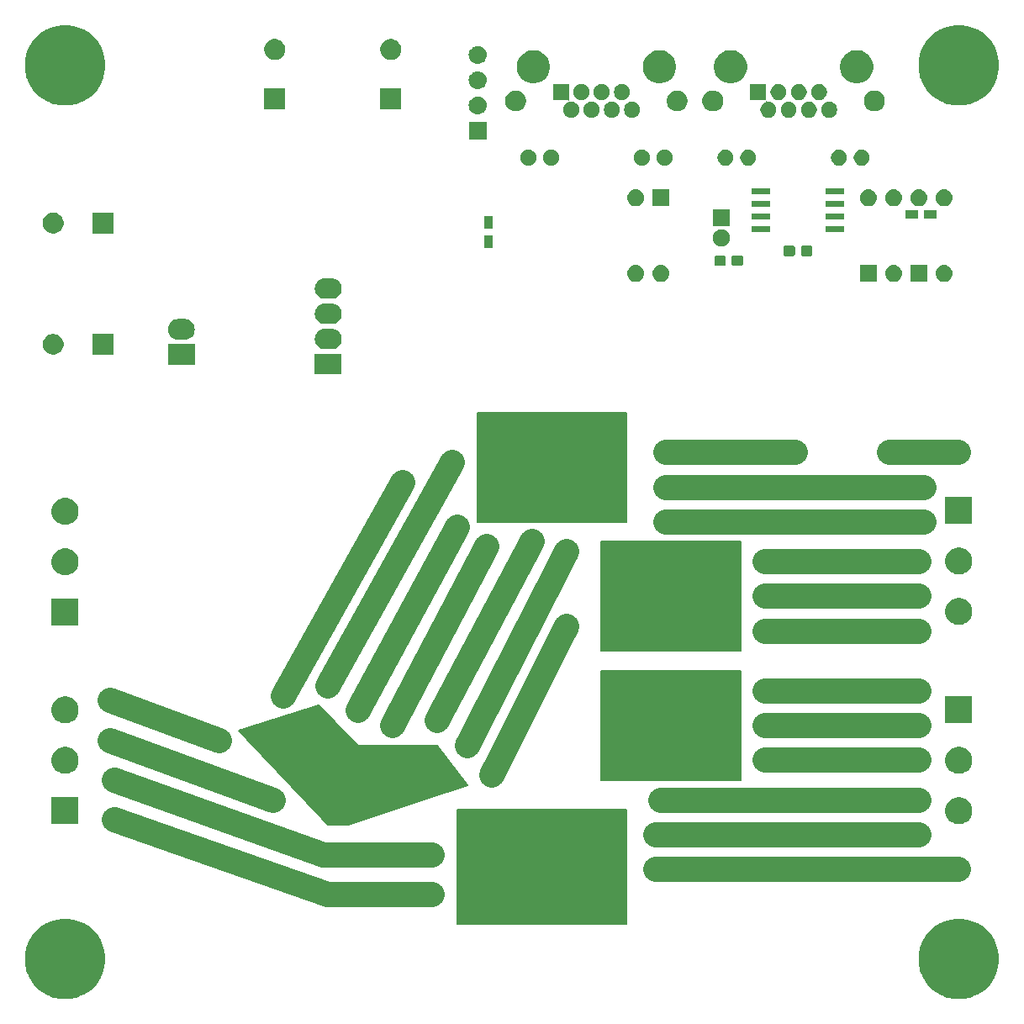
<source format=gbr>
G04 #@! TF.GenerationSoftware,KiCad,Pcbnew,(5.0.1)*
G04 #@! TF.CreationDate,2019-01-31T15:41:56+09:00*
G04 #@! TF.ProjectId,driver,6472697665722E6B696361645F706362,rev?*
G04 #@! TF.SameCoordinates,Original*
G04 #@! TF.FileFunction,Soldermask,Bot*
G04 #@! TF.FilePolarity,Negative*
%FSLAX46Y46*%
G04 Gerber Fmt 4.6, Leading zero omitted, Abs format (unit mm)*
G04 Created by KiCad (PCBNEW (5.0.1)) date Thu Jan 31 15:41:56 2019*
%MOMM*%
%LPD*%
G01*
G04 APERTURE LIST*
%ADD10C,2.500000*%
%ADD11C,0.150000*%
G04 #@! TA.AperFunction,NonConductor*
%ADD12C,0.100000*%
G04 #@! TD*
G04 APERTURE END LIST*
D10*
X112000000Y-143500000D02*
X101500000Y-143500000D01*
X112000000Y-139500000D02*
X101000000Y-139500000D01*
X101500000Y-143500000D02*
X80000000Y-136000000D01*
X101000000Y-139500000D02*
X80000000Y-132000000D01*
X96000000Y-134000000D02*
X79500000Y-128000000D01*
X90500000Y-128000000D02*
X79500000Y-124000000D01*
X158000000Y-99000000D02*
X165000000Y-99000000D01*
X125500000Y-116500000D02*
X118000000Y-131500000D01*
X109000000Y-102000000D02*
X97000000Y-123500000D01*
X101500000Y-122500000D02*
X114000000Y-100000000D01*
X114500000Y-106500000D02*
X104500000Y-125000000D01*
X117500000Y-108500000D02*
X108000000Y-126500000D01*
X122000000Y-108000000D02*
X112500000Y-126000000D01*
X125500000Y-109000000D02*
X115500000Y-128500000D01*
X135500000Y-99000000D02*
X148500000Y-99000000D01*
X135500000Y-102500000D02*
X161500000Y-102500000D01*
X135500000Y-106000000D02*
X161500000Y-106000000D01*
X145500000Y-110000000D02*
X161000000Y-110000000D01*
X145500000Y-113500000D02*
X161000000Y-113500000D01*
X145500000Y-117000000D02*
X161000000Y-117000000D01*
X134500000Y-141000000D02*
X165000000Y-141000000D01*
X134500000Y-137500000D02*
X161000000Y-137500000D01*
X135000000Y-134000000D02*
X161000000Y-134000000D01*
X145500000Y-130000000D02*
X161000000Y-130000000D01*
X145500000Y-126500000D02*
X161000000Y-126500000D01*
X145500000Y-123000000D02*
X161000000Y-123000000D01*
D11*
G36*
X92500000Y-127000000D02*
X101500000Y-136500000D01*
X103500000Y-136500000D01*
X115500000Y-132500000D01*
X112500000Y-128500000D01*
X104500000Y-128500000D01*
X100500000Y-124500000D01*
X92500000Y-127000000D01*
G37*
X92500000Y-127000000D02*
X101500000Y-136500000D01*
X103500000Y-136500000D01*
X115500000Y-132500000D01*
X112500000Y-128500000D01*
X104500000Y-128500000D01*
X100500000Y-124500000D01*
X92500000Y-127000000D01*
G36*
X114500000Y-135000000D02*
X114500000Y-146500000D01*
X131500000Y-146500000D01*
X131500000Y-135000000D01*
X130500000Y-135000000D01*
X114500000Y-135000000D01*
G37*
X114500000Y-135000000D02*
X114500000Y-146500000D01*
X131500000Y-146500000D01*
X131500000Y-135000000D01*
X130500000Y-135000000D01*
X114500000Y-135000000D01*
G36*
X143000000Y-121000000D02*
X143000000Y-132000000D01*
X129000000Y-132000000D01*
X129000000Y-121000000D01*
X143000000Y-121000000D01*
G37*
X143000000Y-121000000D02*
X143000000Y-132000000D01*
X129000000Y-132000000D01*
X129000000Y-121000000D01*
X143000000Y-121000000D01*
G36*
X131500000Y-106000000D02*
X131500000Y-95000000D01*
X116500000Y-95000000D01*
X116500000Y-106000000D01*
X131500000Y-106000000D01*
G37*
X131500000Y-106000000D02*
X131500000Y-95000000D01*
X116500000Y-95000000D01*
X116500000Y-106000000D01*
X131500000Y-106000000D01*
G36*
X129000000Y-108000000D02*
X143000000Y-108000000D01*
X143000000Y-119000000D01*
X129000000Y-119000000D01*
X129000000Y-108000000D01*
G37*
X129000000Y-108000000D02*
X143000000Y-108000000D01*
X143000000Y-119000000D01*
X129000000Y-119000000D01*
X129000000Y-108000000D01*
D12*
G36*
X166181632Y-146104677D02*
X166613495Y-146283561D01*
X166918868Y-146410050D01*
X167577889Y-146850394D01*
X167582365Y-146853385D01*
X168146615Y-147417635D01*
X168146617Y-147417638D01*
X168589950Y-148081132D01*
X168589950Y-148081133D01*
X168895323Y-148818368D01*
X169051000Y-149601010D01*
X169051000Y-150398990D01*
X168895323Y-151181632D01*
X168716439Y-151613495D01*
X168589950Y-151918868D01*
X168149606Y-152577889D01*
X168146615Y-152582365D01*
X167582365Y-153146615D01*
X167582362Y-153146617D01*
X166918868Y-153589950D01*
X166613495Y-153716439D01*
X166181632Y-153895323D01*
X165398990Y-154051000D01*
X164601010Y-154051000D01*
X163818368Y-153895323D01*
X163386505Y-153716439D01*
X163081132Y-153589950D01*
X162417638Y-153146617D01*
X162417635Y-153146615D01*
X161853385Y-152582365D01*
X161850394Y-152577889D01*
X161410050Y-151918868D01*
X161283561Y-151613495D01*
X161104677Y-151181632D01*
X160949000Y-150398990D01*
X160949000Y-149601010D01*
X161104677Y-148818368D01*
X161410050Y-148081133D01*
X161410050Y-148081132D01*
X161853383Y-147417638D01*
X161853385Y-147417635D01*
X162417635Y-146853385D01*
X162422111Y-146850394D01*
X163081132Y-146410050D01*
X163386505Y-146283561D01*
X163818368Y-146104677D01*
X164601010Y-145949000D01*
X165398990Y-145949000D01*
X166181632Y-146104677D01*
X166181632Y-146104677D01*
G37*
G36*
X76181632Y-146104677D02*
X76613495Y-146283561D01*
X76918868Y-146410050D01*
X77577889Y-146850394D01*
X77582365Y-146853385D01*
X78146615Y-147417635D01*
X78146617Y-147417638D01*
X78589950Y-148081132D01*
X78589950Y-148081133D01*
X78895323Y-148818368D01*
X79051000Y-149601010D01*
X79051000Y-150398990D01*
X78895323Y-151181632D01*
X78716439Y-151613495D01*
X78589950Y-151918868D01*
X78149606Y-152577889D01*
X78146615Y-152582365D01*
X77582365Y-153146615D01*
X77582362Y-153146617D01*
X76918868Y-153589950D01*
X76613495Y-153716439D01*
X76181632Y-153895323D01*
X75398990Y-154051000D01*
X74601010Y-154051000D01*
X73818368Y-153895323D01*
X73386505Y-153716439D01*
X73081132Y-153589950D01*
X72417638Y-153146617D01*
X72417635Y-153146615D01*
X71853385Y-152582365D01*
X71850394Y-152577889D01*
X71410050Y-151918868D01*
X71283561Y-151613495D01*
X71104677Y-151181632D01*
X70949000Y-150398990D01*
X70949000Y-149601010D01*
X71104677Y-148818368D01*
X71410050Y-148081133D01*
X71410050Y-148081132D01*
X71853383Y-147417638D01*
X71853385Y-147417635D01*
X72417635Y-146853385D01*
X72422111Y-146850394D01*
X73081132Y-146410050D01*
X73386505Y-146283561D01*
X73818368Y-146104677D01*
X74601010Y-145949000D01*
X75398990Y-145949000D01*
X76181632Y-146104677D01*
X76181632Y-146104677D01*
G37*
G36*
X165263567Y-133754959D02*
X165394072Y-133780918D01*
X165639939Y-133882759D01*
X165860464Y-134030110D01*
X165861215Y-134030612D01*
X166049388Y-134218785D01*
X166049390Y-134218788D01*
X166197241Y-134440061D01*
X166299082Y-134685928D01*
X166351000Y-134946938D01*
X166351000Y-135213062D01*
X166299082Y-135474072D01*
X166197241Y-135719939D01*
X166049890Y-135940464D01*
X166049388Y-135941215D01*
X165861215Y-136129388D01*
X165861212Y-136129390D01*
X165639939Y-136277241D01*
X165394072Y-136379082D01*
X165263567Y-136405041D01*
X165133063Y-136431000D01*
X164866937Y-136431000D01*
X164736433Y-136405041D01*
X164605928Y-136379082D01*
X164360061Y-136277241D01*
X164138788Y-136129390D01*
X164138785Y-136129388D01*
X163950612Y-135941215D01*
X163950110Y-135940464D01*
X163802759Y-135719939D01*
X163700918Y-135474072D01*
X163649000Y-135213062D01*
X163649000Y-134946938D01*
X163700918Y-134685928D01*
X163802759Y-134440061D01*
X163950610Y-134218788D01*
X163950612Y-134218785D01*
X164138785Y-134030612D01*
X164139536Y-134030110D01*
X164360061Y-133882759D01*
X164605928Y-133780918D01*
X164736433Y-133754959D01*
X164866937Y-133729000D01*
X165133063Y-133729000D01*
X165263567Y-133754959D01*
X165263567Y-133754959D01*
G37*
G36*
X76351000Y-136431000D02*
X73649000Y-136431000D01*
X73649000Y-133729000D01*
X76351000Y-133729000D01*
X76351000Y-136431000D01*
X76351000Y-136431000D01*
G37*
G36*
X165263567Y-128674959D02*
X165394072Y-128700918D01*
X165639939Y-128802759D01*
X165860464Y-128950110D01*
X165861215Y-128950612D01*
X166049388Y-129138785D01*
X166049390Y-129138788D01*
X166197241Y-129360061D01*
X166299082Y-129605928D01*
X166351000Y-129866938D01*
X166351000Y-130133062D01*
X166299082Y-130394072D01*
X166197241Y-130639939D01*
X166049890Y-130860464D01*
X166049388Y-130861215D01*
X165861215Y-131049388D01*
X165861212Y-131049390D01*
X165639939Y-131197241D01*
X165394072Y-131299082D01*
X165263567Y-131325041D01*
X165133063Y-131351000D01*
X164866937Y-131351000D01*
X164736433Y-131325041D01*
X164605928Y-131299082D01*
X164360061Y-131197241D01*
X164138788Y-131049390D01*
X164138785Y-131049388D01*
X163950612Y-130861215D01*
X163950110Y-130860464D01*
X163802759Y-130639939D01*
X163700918Y-130394072D01*
X163649000Y-130133062D01*
X163649000Y-129866938D01*
X163700918Y-129605928D01*
X163802759Y-129360061D01*
X163950610Y-129138788D01*
X163950612Y-129138785D01*
X164138785Y-128950612D01*
X164139536Y-128950110D01*
X164360061Y-128802759D01*
X164605928Y-128700918D01*
X164736433Y-128674959D01*
X164866937Y-128649000D01*
X165133063Y-128649000D01*
X165263567Y-128674959D01*
X165263567Y-128674959D01*
G37*
G36*
X75263567Y-128674959D02*
X75394072Y-128700918D01*
X75639939Y-128802759D01*
X75860464Y-128950110D01*
X75861215Y-128950612D01*
X76049388Y-129138785D01*
X76049390Y-129138788D01*
X76197241Y-129360061D01*
X76299082Y-129605928D01*
X76351000Y-129866938D01*
X76351000Y-130133062D01*
X76299082Y-130394072D01*
X76197241Y-130639939D01*
X76049890Y-130860464D01*
X76049388Y-130861215D01*
X75861215Y-131049388D01*
X75861212Y-131049390D01*
X75639939Y-131197241D01*
X75394072Y-131299082D01*
X75263567Y-131325041D01*
X75133063Y-131351000D01*
X74866937Y-131351000D01*
X74736433Y-131325041D01*
X74605928Y-131299082D01*
X74360061Y-131197241D01*
X74138788Y-131049390D01*
X74138785Y-131049388D01*
X73950612Y-130861215D01*
X73950110Y-130860464D01*
X73802759Y-130639939D01*
X73700918Y-130394072D01*
X73649000Y-130133062D01*
X73649000Y-129866938D01*
X73700918Y-129605928D01*
X73802759Y-129360061D01*
X73950610Y-129138788D01*
X73950612Y-129138785D01*
X74138785Y-128950612D01*
X74139536Y-128950110D01*
X74360061Y-128802759D01*
X74605928Y-128700918D01*
X74736433Y-128674959D01*
X74866937Y-128649000D01*
X75133063Y-128649000D01*
X75263567Y-128674959D01*
X75263567Y-128674959D01*
G37*
G36*
X75263567Y-123594959D02*
X75394072Y-123620918D01*
X75639939Y-123722759D01*
X75860464Y-123870110D01*
X75861215Y-123870612D01*
X76049388Y-124058785D01*
X76049390Y-124058788D01*
X76197241Y-124280061D01*
X76299082Y-124525928D01*
X76351000Y-124786938D01*
X76351000Y-125053062D01*
X76299082Y-125314072D01*
X76197241Y-125559939D01*
X76049890Y-125780464D01*
X76049388Y-125781215D01*
X75861215Y-125969388D01*
X75861212Y-125969390D01*
X75639939Y-126117241D01*
X75394072Y-126219082D01*
X75263567Y-126245041D01*
X75133063Y-126271000D01*
X74866937Y-126271000D01*
X74736433Y-126245041D01*
X74605928Y-126219082D01*
X74360061Y-126117241D01*
X74138788Y-125969390D01*
X74138785Y-125969388D01*
X73950612Y-125781215D01*
X73950110Y-125780464D01*
X73802759Y-125559939D01*
X73700918Y-125314072D01*
X73649000Y-125053062D01*
X73649000Y-124786938D01*
X73700918Y-124525928D01*
X73802759Y-124280061D01*
X73950610Y-124058788D01*
X73950612Y-124058785D01*
X74138785Y-123870612D01*
X74139536Y-123870110D01*
X74360061Y-123722759D01*
X74605928Y-123620918D01*
X74736433Y-123594959D01*
X74866937Y-123569000D01*
X75133063Y-123569000D01*
X75263567Y-123594959D01*
X75263567Y-123594959D01*
G37*
G36*
X166351000Y-126271000D02*
X163649000Y-126271000D01*
X163649000Y-123569000D01*
X166351000Y-123569000D01*
X166351000Y-126271000D01*
X166351000Y-126271000D01*
G37*
G36*
X76351000Y-116431000D02*
X73649000Y-116431000D01*
X73649000Y-113729000D01*
X76351000Y-113729000D01*
X76351000Y-116431000D01*
X76351000Y-116431000D01*
G37*
G36*
X165263567Y-113674959D02*
X165394072Y-113700918D01*
X165639939Y-113802759D01*
X165860464Y-113950110D01*
X165861215Y-113950612D01*
X166049388Y-114138785D01*
X166049390Y-114138788D01*
X166197241Y-114360061D01*
X166299082Y-114605928D01*
X166351000Y-114866938D01*
X166351000Y-115133062D01*
X166299082Y-115394072D01*
X166197241Y-115639939D01*
X166049890Y-115860464D01*
X166049388Y-115861215D01*
X165861215Y-116049388D01*
X165861212Y-116049390D01*
X165639939Y-116197241D01*
X165394072Y-116299082D01*
X165263567Y-116325041D01*
X165133063Y-116351000D01*
X164866937Y-116351000D01*
X164736433Y-116325041D01*
X164605928Y-116299082D01*
X164360061Y-116197241D01*
X164138788Y-116049390D01*
X164138785Y-116049388D01*
X163950612Y-115861215D01*
X163950110Y-115860464D01*
X163802759Y-115639939D01*
X163700918Y-115394072D01*
X163649000Y-115133062D01*
X163649000Y-114866938D01*
X163700918Y-114605928D01*
X163802759Y-114360061D01*
X163950610Y-114138788D01*
X163950612Y-114138785D01*
X164138785Y-113950612D01*
X164139536Y-113950110D01*
X164360061Y-113802759D01*
X164605928Y-113700918D01*
X164736433Y-113674959D01*
X164866937Y-113649000D01*
X165133063Y-113649000D01*
X165263567Y-113674959D01*
X165263567Y-113674959D01*
G37*
G36*
X75263567Y-108674959D02*
X75394072Y-108700918D01*
X75639939Y-108802759D01*
X75860464Y-108950110D01*
X75861215Y-108950612D01*
X76049388Y-109138785D01*
X76049390Y-109138788D01*
X76197241Y-109360061D01*
X76299082Y-109605928D01*
X76351000Y-109866938D01*
X76351000Y-110133062D01*
X76299082Y-110394072D01*
X76197241Y-110639939D01*
X76049890Y-110860464D01*
X76049388Y-110861215D01*
X75861215Y-111049388D01*
X75861212Y-111049390D01*
X75639939Y-111197241D01*
X75394072Y-111299082D01*
X75263567Y-111325041D01*
X75133063Y-111351000D01*
X74866937Y-111351000D01*
X74736433Y-111325041D01*
X74605928Y-111299082D01*
X74360061Y-111197241D01*
X74138788Y-111049390D01*
X74138785Y-111049388D01*
X73950612Y-110861215D01*
X73950110Y-110860464D01*
X73802759Y-110639939D01*
X73700918Y-110394072D01*
X73649000Y-110133062D01*
X73649000Y-109866938D01*
X73700918Y-109605928D01*
X73802759Y-109360061D01*
X73950610Y-109138788D01*
X73950612Y-109138785D01*
X74138785Y-108950612D01*
X74139536Y-108950110D01*
X74360061Y-108802759D01*
X74605928Y-108700918D01*
X74736433Y-108674959D01*
X74866937Y-108649000D01*
X75133063Y-108649000D01*
X75263567Y-108674959D01*
X75263567Y-108674959D01*
G37*
G36*
X165263567Y-108594959D02*
X165394072Y-108620918D01*
X165639939Y-108722759D01*
X165860464Y-108870110D01*
X165861215Y-108870612D01*
X166049388Y-109058785D01*
X166049390Y-109058788D01*
X166197241Y-109280061D01*
X166299082Y-109525928D01*
X166351000Y-109786938D01*
X166351000Y-110053062D01*
X166299082Y-110314072D01*
X166197241Y-110559939D01*
X166049890Y-110780464D01*
X166049388Y-110781215D01*
X165861215Y-110969388D01*
X165861212Y-110969390D01*
X165639939Y-111117241D01*
X165394072Y-111219082D01*
X165263567Y-111245041D01*
X165133063Y-111271000D01*
X164866937Y-111271000D01*
X164736433Y-111245041D01*
X164605928Y-111219082D01*
X164360061Y-111117241D01*
X164138788Y-110969390D01*
X164138785Y-110969388D01*
X163950612Y-110781215D01*
X163950110Y-110780464D01*
X163802759Y-110559939D01*
X163700918Y-110314072D01*
X163649000Y-110053062D01*
X163649000Y-109786938D01*
X163700918Y-109525928D01*
X163802759Y-109280061D01*
X163950610Y-109058788D01*
X163950612Y-109058785D01*
X164138785Y-108870612D01*
X164139536Y-108870110D01*
X164360061Y-108722759D01*
X164605928Y-108620918D01*
X164736433Y-108594959D01*
X164866937Y-108569000D01*
X165133063Y-108569000D01*
X165263567Y-108594959D01*
X165263567Y-108594959D01*
G37*
G36*
X75263567Y-103594959D02*
X75394072Y-103620918D01*
X75639939Y-103722759D01*
X75860464Y-103870110D01*
X75861215Y-103870612D01*
X76049388Y-104058785D01*
X76049390Y-104058788D01*
X76197241Y-104280061D01*
X76299082Y-104525928D01*
X76351000Y-104786938D01*
X76351000Y-105053062D01*
X76299082Y-105314072D01*
X76197241Y-105559939D01*
X76049890Y-105780464D01*
X76049388Y-105781215D01*
X75861215Y-105969388D01*
X75861212Y-105969390D01*
X75639939Y-106117241D01*
X75394072Y-106219082D01*
X75263567Y-106245041D01*
X75133063Y-106271000D01*
X74866937Y-106271000D01*
X74736433Y-106245041D01*
X74605928Y-106219082D01*
X74360061Y-106117241D01*
X74138788Y-105969390D01*
X74138785Y-105969388D01*
X73950612Y-105781215D01*
X73950110Y-105780464D01*
X73802759Y-105559939D01*
X73700918Y-105314072D01*
X73649000Y-105053062D01*
X73649000Y-104786938D01*
X73700918Y-104525928D01*
X73802759Y-104280061D01*
X73950610Y-104058788D01*
X73950612Y-104058785D01*
X74138785Y-103870612D01*
X74139536Y-103870110D01*
X74360061Y-103722759D01*
X74605928Y-103620918D01*
X74736433Y-103594959D01*
X74866937Y-103569000D01*
X75133063Y-103569000D01*
X75263567Y-103594959D01*
X75263567Y-103594959D01*
G37*
G36*
X166351000Y-106191000D02*
X163649000Y-106191000D01*
X163649000Y-103489000D01*
X166351000Y-103489000D01*
X166351000Y-106191000D01*
X166351000Y-106191000D01*
G37*
G36*
X102851000Y-91151000D02*
X100149000Y-91151000D01*
X100149000Y-89049000D01*
X102851000Y-89049000D01*
X102851000Y-91151000D01*
X102851000Y-91151000D01*
G37*
G36*
X88051000Y-90191000D02*
X85349000Y-90191000D01*
X85349000Y-88089000D01*
X88051000Y-88089000D01*
X88051000Y-90191000D01*
X88051000Y-90191000D01*
G37*
G36*
X79851000Y-89151000D02*
X77749000Y-89151000D01*
X77749000Y-87049000D01*
X79851000Y-87049000D01*
X79851000Y-89151000D01*
X79851000Y-89151000D01*
G37*
G36*
X74106565Y-87089389D02*
X74297834Y-87168615D01*
X74469976Y-87283637D01*
X74616363Y-87430024D01*
X74731385Y-87602166D01*
X74810611Y-87793435D01*
X74851000Y-87996484D01*
X74851000Y-88203516D01*
X74810611Y-88406565D01*
X74731385Y-88597834D01*
X74616363Y-88769976D01*
X74469976Y-88916363D01*
X74297834Y-89031385D01*
X74106565Y-89110611D01*
X73903516Y-89151000D01*
X73696484Y-89151000D01*
X73493435Y-89110611D01*
X73302166Y-89031385D01*
X73130024Y-88916363D01*
X72983637Y-88769976D01*
X72868615Y-88597834D01*
X72789389Y-88406565D01*
X72749000Y-88203516D01*
X72749000Y-87996484D01*
X72789389Y-87793435D01*
X72868615Y-87602166D01*
X72983637Y-87430024D01*
X73130024Y-87283637D01*
X73302166Y-87168615D01*
X73493435Y-87089389D01*
X73696484Y-87049000D01*
X73903516Y-87049000D01*
X74106565Y-87089389D01*
X74106565Y-87089389D01*
G37*
G36*
X101882510Y-86512041D02*
X102006032Y-86524207D01*
X102204146Y-86584305D01*
X102386729Y-86681897D01*
X102546765Y-86813235D01*
X102678103Y-86973271D01*
X102775695Y-87155854D01*
X102835793Y-87353968D01*
X102856085Y-87560000D01*
X102835793Y-87766032D01*
X102775695Y-87964146D01*
X102678103Y-88146729D01*
X102546765Y-88306765D01*
X102386729Y-88438103D01*
X102204146Y-88535695D01*
X102006032Y-88595793D01*
X101882510Y-88607959D01*
X101851631Y-88611000D01*
X101148369Y-88611000D01*
X101117490Y-88607959D01*
X100993968Y-88595793D01*
X100795854Y-88535695D01*
X100613271Y-88438103D01*
X100453235Y-88306765D01*
X100321897Y-88146729D01*
X100224305Y-87964146D01*
X100164207Y-87766032D01*
X100143915Y-87560000D01*
X100164207Y-87353968D01*
X100224305Y-87155854D01*
X100321897Y-86973271D01*
X100453235Y-86813235D01*
X100613271Y-86681897D01*
X100795854Y-86584305D01*
X100993968Y-86524207D01*
X101117490Y-86512041D01*
X101148369Y-86509000D01*
X101851631Y-86509000D01*
X101882510Y-86512041D01*
X101882510Y-86512041D01*
G37*
G36*
X87082510Y-85552041D02*
X87206032Y-85564207D01*
X87404146Y-85624305D01*
X87586729Y-85721897D01*
X87746765Y-85853235D01*
X87878103Y-86013271D01*
X87975695Y-86195854D01*
X88035793Y-86393968D01*
X88056085Y-86600000D01*
X88035793Y-86806032D01*
X87975695Y-87004146D01*
X87878103Y-87186729D01*
X87746765Y-87346765D01*
X87586729Y-87478103D01*
X87404146Y-87575695D01*
X87206032Y-87635793D01*
X87082510Y-87647959D01*
X87051631Y-87651000D01*
X86348369Y-87651000D01*
X86317490Y-87647959D01*
X86193968Y-87635793D01*
X85995854Y-87575695D01*
X85813271Y-87478103D01*
X85653235Y-87346765D01*
X85521897Y-87186729D01*
X85424305Y-87004146D01*
X85364207Y-86806032D01*
X85343915Y-86600000D01*
X85364207Y-86393968D01*
X85424305Y-86195854D01*
X85521897Y-86013271D01*
X85653235Y-85853235D01*
X85813271Y-85721897D01*
X85995854Y-85624305D01*
X86193968Y-85564207D01*
X86317490Y-85552041D01*
X86348369Y-85549000D01*
X87051631Y-85549000D01*
X87082510Y-85552041D01*
X87082510Y-85552041D01*
G37*
G36*
X101882510Y-83972041D02*
X102006032Y-83984207D01*
X102204146Y-84044305D01*
X102386729Y-84141897D01*
X102546765Y-84273235D01*
X102678103Y-84433271D01*
X102775695Y-84615854D01*
X102835793Y-84813968D01*
X102856085Y-85020000D01*
X102835793Y-85226032D01*
X102775695Y-85424146D01*
X102678103Y-85606729D01*
X102546765Y-85766765D01*
X102386729Y-85898103D01*
X102204146Y-85995695D01*
X102006032Y-86055793D01*
X101882510Y-86067959D01*
X101851631Y-86071000D01*
X101148369Y-86071000D01*
X101117490Y-86067959D01*
X100993968Y-86055793D01*
X100795854Y-85995695D01*
X100613271Y-85898103D01*
X100453235Y-85766765D01*
X100321897Y-85606729D01*
X100224305Y-85424146D01*
X100164207Y-85226032D01*
X100143915Y-85020000D01*
X100164207Y-84813968D01*
X100224305Y-84615854D01*
X100321897Y-84433271D01*
X100453235Y-84273235D01*
X100613271Y-84141897D01*
X100795854Y-84044305D01*
X100993968Y-83984207D01*
X101117490Y-83972041D01*
X101148369Y-83969000D01*
X101851631Y-83969000D01*
X101882510Y-83972041D01*
X101882510Y-83972041D01*
G37*
G36*
X101882510Y-81432041D02*
X102006032Y-81444207D01*
X102204146Y-81504305D01*
X102386729Y-81601897D01*
X102546765Y-81733235D01*
X102678103Y-81893271D01*
X102775695Y-82075854D01*
X102835793Y-82273968D01*
X102856085Y-82480000D01*
X102835793Y-82686032D01*
X102775695Y-82884146D01*
X102678103Y-83066729D01*
X102546765Y-83226765D01*
X102386729Y-83358103D01*
X102204146Y-83455695D01*
X102006032Y-83515793D01*
X101882510Y-83527959D01*
X101851631Y-83531000D01*
X101148369Y-83531000D01*
X101117490Y-83527959D01*
X100993968Y-83515793D01*
X100795854Y-83455695D01*
X100613271Y-83358103D01*
X100453235Y-83226765D01*
X100321897Y-83066729D01*
X100224305Y-82884146D01*
X100164207Y-82686032D01*
X100143915Y-82480000D01*
X100164207Y-82273968D01*
X100224305Y-82075854D01*
X100321897Y-81893271D01*
X100453235Y-81733235D01*
X100613271Y-81601897D01*
X100795854Y-81504305D01*
X100993968Y-81444207D01*
X101117490Y-81432041D01*
X101148369Y-81429000D01*
X101851631Y-81429000D01*
X101882510Y-81432041D01*
X101882510Y-81432041D01*
G37*
G36*
X132626821Y-80131313D02*
X132626824Y-80131314D01*
X132626825Y-80131314D01*
X132787239Y-80179975D01*
X132787241Y-80179976D01*
X132787244Y-80179977D01*
X132935078Y-80258995D01*
X133064659Y-80365341D01*
X133171005Y-80494922D01*
X133250023Y-80642756D01*
X133298687Y-80803179D01*
X133315117Y-80970000D01*
X133298687Y-81136821D01*
X133250023Y-81297244D01*
X133171005Y-81445078D01*
X133064659Y-81574659D01*
X132935078Y-81681005D01*
X132787244Y-81760023D01*
X132787241Y-81760024D01*
X132787239Y-81760025D01*
X132626825Y-81808686D01*
X132626824Y-81808686D01*
X132626821Y-81808687D01*
X132501804Y-81821000D01*
X132418196Y-81821000D01*
X132293179Y-81808687D01*
X132293176Y-81808686D01*
X132293175Y-81808686D01*
X132132761Y-81760025D01*
X132132759Y-81760024D01*
X132132756Y-81760023D01*
X131984922Y-81681005D01*
X131855341Y-81574659D01*
X131748995Y-81445078D01*
X131669977Y-81297244D01*
X131621313Y-81136821D01*
X131604883Y-80970000D01*
X131621313Y-80803179D01*
X131669977Y-80642756D01*
X131748995Y-80494922D01*
X131855341Y-80365341D01*
X131984922Y-80258995D01*
X132132756Y-80179977D01*
X132132759Y-80179976D01*
X132132761Y-80179975D01*
X132293175Y-80131314D01*
X132293176Y-80131314D01*
X132293179Y-80131313D01*
X132418196Y-80119000D01*
X132501804Y-80119000D01*
X132626821Y-80131313D01*
X132626821Y-80131313D01*
G37*
G36*
X135166821Y-80131313D02*
X135166824Y-80131314D01*
X135166825Y-80131314D01*
X135327239Y-80179975D01*
X135327241Y-80179976D01*
X135327244Y-80179977D01*
X135475078Y-80258995D01*
X135604659Y-80365341D01*
X135711005Y-80494922D01*
X135790023Y-80642756D01*
X135838687Y-80803179D01*
X135855117Y-80970000D01*
X135838687Y-81136821D01*
X135790023Y-81297244D01*
X135711005Y-81445078D01*
X135604659Y-81574659D01*
X135475078Y-81681005D01*
X135327244Y-81760023D01*
X135327241Y-81760024D01*
X135327239Y-81760025D01*
X135166825Y-81808686D01*
X135166824Y-81808686D01*
X135166821Y-81808687D01*
X135041804Y-81821000D01*
X134958196Y-81821000D01*
X134833179Y-81808687D01*
X134833176Y-81808686D01*
X134833175Y-81808686D01*
X134672761Y-81760025D01*
X134672759Y-81760024D01*
X134672756Y-81760023D01*
X134524922Y-81681005D01*
X134395341Y-81574659D01*
X134288995Y-81445078D01*
X134209977Y-81297244D01*
X134161313Y-81136821D01*
X134144883Y-80970000D01*
X134161313Y-80803179D01*
X134209977Y-80642756D01*
X134288995Y-80494922D01*
X134395341Y-80365341D01*
X134524922Y-80258995D01*
X134672756Y-80179977D01*
X134672759Y-80179976D01*
X134672761Y-80179975D01*
X134833175Y-80131314D01*
X134833176Y-80131314D01*
X134833179Y-80131313D01*
X134958196Y-80119000D01*
X135041804Y-80119000D01*
X135166821Y-80131313D01*
X135166821Y-80131313D01*
G37*
G36*
X156741000Y-81821000D02*
X155039000Y-81821000D01*
X155039000Y-80119000D01*
X156741000Y-80119000D01*
X156741000Y-81821000D01*
X156741000Y-81821000D01*
G37*
G36*
X163676821Y-80131313D02*
X163676824Y-80131314D01*
X163676825Y-80131314D01*
X163837239Y-80179975D01*
X163837241Y-80179976D01*
X163837244Y-80179977D01*
X163985078Y-80258995D01*
X164114659Y-80365341D01*
X164221005Y-80494922D01*
X164300023Y-80642756D01*
X164348687Y-80803179D01*
X164365117Y-80970000D01*
X164348687Y-81136821D01*
X164300023Y-81297244D01*
X164221005Y-81445078D01*
X164114659Y-81574659D01*
X163985078Y-81681005D01*
X163837244Y-81760023D01*
X163837241Y-81760024D01*
X163837239Y-81760025D01*
X163676825Y-81808686D01*
X163676824Y-81808686D01*
X163676821Y-81808687D01*
X163551804Y-81821000D01*
X163468196Y-81821000D01*
X163343179Y-81808687D01*
X163343176Y-81808686D01*
X163343175Y-81808686D01*
X163182761Y-81760025D01*
X163182759Y-81760024D01*
X163182756Y-81760023D01*
X163034922Y-81681005D01*
X162905341Y-81574659D01*
X162798995Y-81445078D01*
X162719977Y-81297244D01*
X162671313Y-81136821D01*
X162654883Y-80970000D01*
X162671313Y-80803179D01*
X162719977Y-80642756D01*
X162798995Y-80494922D01*
X162905341Y-80365341D01*
X163034922Y-80258995D01*
X163182756Y-80179977D01*
X163182759Y-80179976D01*
X163182761Y-80179975D01*
X163343175Y-80131314D01*
X163343176Y-80131314D01*
X163343179Y-80131313D01*
X163468196Y-80119000D01*
X163551804Y-80119000D01*
X163676821Y-80131313D01*
X163676821Y-80131313D01*
G37*
G36*
X161821000Y-81821000D02*
X160119000Y-81821000D01*
X160119000Y-80119000D01*
X161821000Y-80119000D01*
X161821000Y-81821000D01*
X161821000Y-81821000D01*
G37*
G36*
X158596821Y-80131313D02*
X158596824Y-80131314D01*
X158596825Y-80131314D01*
X158757239Y-80179975D01*
X158757241Y-80179976D01*
X158757244Y-80179977D01*
X158905078Y-80258995D01*
X159034659Y-80365341D01*
X159141005Y-80494922D01*
X159220023Y-80642756D01*
X159268687Y-80803179D01*
X159285117Y-80970000D01*
X159268687Y-81136821D01*
X159220023Y-81297244D01*
X159141005Y-81445078D01*
X159034659Y-81574659D01*
X158905078Y-81681005D01*
X158757244Y-81760023D01*
X158757241Y-81760024D01*
X158757239Y-81760025D01*
X158596825Y-81808686D01*
X158596824Y-81808686D01*
X158596821Y-81808687D01*
X158471804Y-81821000D01*
X158388196Y-81821000D01*
X158263179Y-81808687D01*
X158263176Y-81808686D01*
X158263175Y-81808686D01*
X158102761Y-81760025D01*
X158102759Y-81760024D01*
X158102756Y-81760023D01*
X157954922Y-81681005D01*
X157825341Y-81574659D01*
X157718995Y-81445078D01*
X157639977Y-81297244D01*
X157591313Y-81136821D01*
X157574883Y-80970000D01*
X157591313Y-80803179D01*
X157639977Y-80642756D01*
X157718995Y-80494922D01*
X157825341Y-80365341D01*
X157954922Y-80258995D01*
X158102756Y-80179977D01*
X158102759Y-80179976D01*
X158102761Y-80179975D01*
X158263175Y-80131314D01*
X158263176Y-80131314D01*
X158263179Y-80131313D01*
X158388196Y-80119000D01*
X158471804Y-80119000D01*
X158596821Y-80131313D01*
X158596821Y-80131313D01*
G37*
G36*
X141363880Y-79163694D02*
X141401374Y-79175068D01*
X141435938Y-79193543D01*
X141466228Y-79218402D01*
X141491087Y-79248692D01*
X141509562Y-79283256D01*
X141520936Y-79320750D01*
X141525381Y-79365887D01*
X141525381Y-80004611D01*
X141520936Y-80049748D01*
X141509562Y-80087242D01*
X141491087Y-80121806D01*
X141466228Y-80152096D01*
X141435938Y-80176955D01*
X141401374Y-80195430D01*
X141363880Y-80206804D01*
X141318743Y-80211249D01*
X140580019Y-80211249D01*
X140534882Y-80206804D01*
X140497388Y-80195430D01*
X140462824Y-80176955D01*
X140432534Y-80152096D01*
X140407675Y-80121806D01*
X140389200Y-80087242D01*
X140377826Y-80049748D01*
X140373381Y-80004611D01*
X140373381Y-79365887D01*
X140377826Y-79320750D01*
X140389200Y-79283256D01*
X140407675Y-79248692D01*
X140432534Y-79218402D01*
X140462824Y-79193543D01*
X140497388Y-79175068D01*
X140534882Y-79163694D01*
X140580019Y-79159249D01*
X141318743Y-79159249D01*
X141363880Y-79163694D01*
X141363880Y-79163694D01*
G37*
G36*
X143113880Y-79163694D02*
X143151374Y-79175068D01*
X143185938Y-79193543D01*
X143216228Y-79218402D01*
X143241087Y-79248692D01*
X143259562Y-79283256D01*
X143270936Y-79320750D01*
X143275381Y-79365887D01*
X143275381Y-80004611D01*
X143270936Y-80049748D01*
X143259562Y-80087242D01*
X143241087Y-80121806D01*
X143216228Y-80152096D01*
X143185938Y-80176955D01*
X143151374Y-80195430D01*
X143113880Y-80206804D01*
X143068743Y-80211249D01*
X142330019Y-80211249D01*
X142284882Y-80206804D01*
X142247388Y-80195430D01*
X142212824Y-80176955D01*
X142182534Y-80152096D01*
X142157675Y-80121806D01*
X142139200Y-80087242D01*
X142127826Y-80049748D01*
X142123381Y-80004611D01*
X142123381Y-79365887D01*
X142127826Y-79320750D01*
X142139200Y-79283256D01*
X142157675Y-79248692D01*
X142182534Y-79218402D01*
X142212824Y-79193543D01*
X142247388Y-79175068D01*
X142284882Y-79163694D01*
X142330019Y-79159249D01*
X143068743Y-79159249D01*
X143113880Y-79163694D01*
X143113880Y-79163694D01*
G37*
G36*
X150089499Y-78178445D02*
X150126993Y-78189819D01*
X150161557Y-78208294D01*
X150191847Y-78233153D01*
X150216706Y-78263443D01*
X150235181Y-78298007D01*
X150246555Y-78335501D01*
X150251000Y-78380638D01*
X150251000Y-79019362D01*
X150246555Y-79064499D01*
X150235181Y-79101993D01*
X150216706Y-79136557D01*
X150191847Y-79166847D01*
X150161557Y-79191706D01*
X150126993Y-79210181D01*
X150089499Y-79221555D01*
X150044362Y-79226000D01*
X149305638Y-79226000D01*
X149260501Y-79221555D01*
X149223007Y-79210181D01*
X149188443Y-79191706D01*
X149158153Y-79166847D01*
X149133294Y-79136557D01*
X149114819Y-79101993D01*
X149103445Y-79064499D01*
X149099000Y-79019362D01*
X149099000Y-78380638D01*
X149103445Y-78335501D01*
X149114819Y-78298007D01*
X149133294Y-78263443D01*
X149158153Y-78233153D01*
X149188443Y-78208294D01*
X149223007Y-78189819D01*
X149260501Y-78178445D01*
X149305638Y-78174000D01*
X150044362Y-78174000D01*
X150089499Y-78178445D01*
X150089499Y-78178445D01*
G37*
G36*
X148339499Y-78178445D02*
X148376993Y-78189819D01*
X148411557Y-78208294D01*
X148441847Y-78233153D01*
X148466706Y-78263443D01*
X148485181Y-78298007D01*
X148496555Y-78335501D01*
X148501000Y-78380638D01*
X148501000Y-79019362D01*
X148496555Y-79064499D01*
X148485181Y-79101993D01*
X148466706Y-79136557D01*
X148441847Y-79166847D01*
X148411557Y-79191706D01*
X148376993Y-79210181D01*
X148339499Y-79221555D01*
X148294362Y-79226000D01*
X147555638Y-79226000D01*
X147510501Y-79221555D01*
X147473007Y-79210181D01*
X147438443Y-79191706D01*
X147408153Y-79166847D01*
X147383294Y-79136557D01*
X147364819Y-79101993D01*
X147353445Y-79064499D01*
X147349000Y-79019362D01*
X147349000Y-78380638D01*
X147353445Y-78335501D01*
X147364819Y-78298007D01*
X147383294Y-78263443D01*
X147408153Y-78233153D01*
X147438443Y-78208294D01*
X147473007Y-78189819D01*
X147510501Y-78178445D01*
X147555638Y-78174000D01*
X148294362Y-78174000D01*
X148339499Y-78178445D01*
X148339499Y-78178445D01*
G37*
G36*
X118026000Y-78401000D02*
X117174000Y-78401000D01*
X117174000Y-77099000D01*
X118026000Y-77099000D01*
X118026000Y-78401000D01*
X118026000Y-78401000D01*
G37*
G36*
X141347609Y-76566952D02*
X141502481Y-76631102D01*
X141641862Y-76724234D01*
X141760396Y-76842768D01*
X141853528Y-76982149D01*
X141917678Y-77137021D01*
X141950381Y-77301433D01*
X141950381Y-77469065D01*
X141917678Y-77633477D01*
X141853528Y-77788349D01*
X141760396Y-77927730D01*
X141641862Y-78046264D01*
X141502481Y-78139396D01*
X141347609Y-78203546D01*
X141183197Y-78236249D01*
X141015565Y-78236249D01*
X140851153Y-78203546D01*
X140696281Y-78139396D01*
X140556900Y-78046264D01*
X140438366Y-77927730D01*
X140345234Y-77788349D01*
X140281084Y-77633477D01*
X140248381Y-77469065D01*
X140248381Y-77301433D01*
X140281084Y-77137021D01*
X140345234Y-76982149D01*
X140438366Y-76842768D01*
X140556900Y-76724234D01*
X140696281Y-76631102D01*
X140851153Y-76566952D01*
X141015565Y-76534249D01*
X141183197Y-76534249D01*
X141347609Y-76566952D01*
X141347609Y-76566952D01*
G37*
G36*
X74106565Y-74889389D02*
X74297834Y-74968615D01*
X74469976Y-75083637D01*
X74616363Y-75230024D01*
X74731385Y-75402166D01*
X74810611Y-75593435D01*
X74851000Y-75796484D01*
X74851000Y-76003516D01*
X74810611Y-76206565D01*
X74731385Y-76397834D01*
X74616363Y-76569976D01*
X74469976Y-76716363D01*
X74297834Y-76831385D01*
X74106565Y-76910611D01*
X73903516Y-76951000D01*
X73696484Y-76951000D01*
X73493435Y-76910611D01*
X73302166Y-76831385D01*
X73130024Y-76716363D01*
X72983637Y-76569976D01*
X72868615Y-76397834D01*
X72789389Y-76206565D01*
X72749000Y-76003516D01*
X72749000Y-75796484D01*
X72789389Y-75593435D01*
X72868615Y-75402166D01*
X72983637Y-75230024D01*
X73130024Y-75083637D01*
X73302166Y-74968615D01*
X73493435Y-74889389D01*
X73696484Y-74849000D01*
X73903516Y-74849000D01*
X74106565Y-74889389D01*
X74106565Y-74889389D01*
G37*
G36*
X79851000Y-76951000D02*
X77749000Y-76951000D01*
X77749000Y-74849000D01*
X79851000Y-74849000D01*
X79851000Y-76951000D01*
X79851000Y-76951000D01*
G37*
G36*
X146026000Y-76831000D02*
X144174000Y-76831000D01*
X144174000Y-76179000D01*
X146026000Y-76179000D01*
X146026000Y-76831000D01*
X146026000Y-76831000D01*
G37*
G36*
X153426000Y-76831000D02*
X151574000Y-76831000D01*
X151574000Y-76179000D01*
X153426000Y-76179000D01*
X153426000Y-76831000D01*
X153426000Y-76831000D01*
G37*
G36*
X118026000Y-76501000D02*
X117174000Y-76501000D01*
X117174000Y-75199000D01*
X118026000Y-75199000D01*
X118026000Y-76501000D01*
X118026000Y-76501000D01*
G37*
G36*
X141950381Y-76236249D02*
X140248381Y-76236249D01*
X140248381Y-74534249D01*
X141950381Y-74534249D01*
X141950381Y-76236249D01*
X141950381Y-76236249D01*
G37*
G36*
X153426000Y-75561000D02*
X151574000Y-75561000D01*
X151574000Y-74909000D01*
X153426000Y-74909000D01*
X153426000Y-75561000D01*
X153426000Y-75561000D01*
G37*
G36*
X146026000Y-75561000D02*
X144174000Y-75561000D01*
X144174000Y-74909000D01*
X146026000Y-74909000D01*
X146026000Y-75561000D01*
X146026000Y-75561000D01*
G37*
G36*
X160901000Y-75426000D02*
X159599000Y-75426000D01*
X159599000Y-74574000D01*
X160901000Y-74574000D01*
X160901000Y-75426000D01*
X160901000Y-75426000D01*
G37*
G36*
X162801000Y-75426000D02*
X161499000Y-75426000D01*
X161499000Y-74574000D01*
X162801000Y-74574000D01*
X162801000Y-75426000D01*
X162801000Y-75426000D01*
G37*
G36*
X146026000Y-74291000D02*
X144174000Y-74291000D01*
X144174000Y-73639000D01*
X146026000Y-73639000D01*
X146026000Y-74291000D01*
X146026000Y-74291000D01*
G37*
G36*
X153426000Y-74291000D02*
X151574000Y-74291000D01*
X151574000Y-73639000D01*
X153426000Y-73639000D01*
X153426000Y-74291000D01*
X153426000Y-74291000D01*
G37*
G36*
X158596821Y-72511313D02*
X158596824Y-72511314D01*
X158596825Y-72511314D01*
X158757239Y-72559975D01*
X158757241Y-72559976D01*
X158757244Y-72559977D01*
X158905078Y-72638995D01*
X159034659Y-72745341D01*
X159141005Y-72874922D01*
X159220023Y-73022756D01*
X159268687Y-73183179D01*
X159285117Y-73350000D01*
X159268687Y-73516821D01*
X159268686Y-73516824D01*
X159268686Y-73516825D01*
X159231625Y-73639000D01*
X159220023Y-73677244D01*
X159141005Y-73825078D01*
X159034659Y-73954659D01*
X158905078Y-74061005D01*
X158757244Y-74140023D01*
X158757241Y-74140024D01*
X158757239Y-74140025D01*
X158596825Y-74188686D01*
X158596824Y-74188686D01*
X158596821Y-74188687D01*
X158471804Y-74201000D01*
X158388196Y-74201000D01*
X158263179Y-74188687D01*
X158263176Y-74188686D01*
X158263175Y-74188686D01*
X158102761Y-74140025D01*
X158102759Y-74140024D01*
X158102756Y-74140023D01*
X157954922Y-74061005D01*
X157825341Y-73954659D01*
X157718995Y-73825078D01*
X157639977Y-73677244D01*
X157628376Y-73639000D01*
X157591314Y-73516825D01*
X157591314Y-73516824D01*
X157591313Y-73516821D01*
X157574883Y-73350000D01*
X157591313Y-73183179D01*
X157639977Y-73022756D01*
X157718995Y-72874922D01*
X157825341Y-72745341D01*
X157954922Y-72638995D01*
X158102756Y-72559977D01*
X158102759Y-72559976D01*
X158102761Y-72559975D01*
X158263175Y-72511314D01*
X158263176Y-72511314D01*
X158263179Y-72511313D01*
X158388196Y-72499000D01*
X158471804Y-72499000D01*
X158596821Y-72511313D01*
X158596821Y-72511313D01*
G37*
G36*
X135851000Y-74201000D02*
X134149000Y-74201000D01*
X134149000Y-72499000D01*
X135851000Y-72499000D01*
X135851000Y-74201000D01*
X135851000Y-74201000D01*
G37*
G36*
X163676821Y-72511313D02*
X163676824Y-72511314D01*
X163676825Y-72511314D01*
X163837239Y-72559975D01*
X163837241Y-72559976D01*
X163837244Y-72559977D01*
X163985078Y-72638995D01*
X164114659Y-72745341D01*
X164221005Y-72874922D01*
X164300023Y-73022756D01*
X164348687Y-73183179D01*
X164365117Y-73350000D01*
X164348687Y-73516821D01*
X164348686Y-73516824D01*
X164348686Y-73516825D01*
X164311625Y-73639000D01*
X164300023Y-73677244D01*
X164221005Y-73825078D01*
X164114659Y-73954659D01*
X163985078Y-74061005D01*
X163837244Y-74140023D01*
X163837241Y-74140024D01*
X163837239Y-74140025D01*
X163676825Y-74188686D01*
X163676824Y-74188686D01*
X163676821Y-74188687D01*
X163551804Y-74201000D01*
X163468196Y-74201000D01*
X163343179Y-74188687D01*
X163343176Y-74188686D01*
X163343175Y-74188686D01*
X163182761Y-74140025D01*
X163182759Y-74140024D01*
X163182756Y-74140023D01*
X163034922Y-74061005D01*
X162905341Y-73954659D01*
X162798995Y-73825078D01*
X162719977Y-73677244D01*
X162708376Y-73639000D01*
X162671314Y-73516825D01*
X162671314Y-73516824D01*
X162671313Y-73516821D01*
X162654883Y-73350000D01*
X162671313Y-73183179D01*
X162719977Y-73022756D01*
X162798995Y-72874922D01*
X162905341Y-72745341D01*
X163034922Y-72638995D01*
X163182756Y-72559977D01*
X163182759Y-72559976D01*
X163182761Y-72559975D01*
X163343175Y-72511314D01*
X163343176Y-72511314D01*
X163343179Y-72511313D01*
X163468196Y-72499000D01*
X163551804Y-72499000D01*
X163676821Y-72511313D01*
X163676821Y-72511313D01*
G37*
G36*
X161136821Y-72511313D02*
X161136824Y-72511314D01*
X161136825Y-72511314D01*
X161297239Y-72559975D01*
X161297241Y-72559976D01*
X161297244Y-72559977D01*
X161445078Y-72638995D01*
X161574659Y-72745341D01*
X161681005Y-72874922D01*
X161760023Y-73022756D01*
X161808687Y-73183179D01*
X161825117Y-73350000D01*
X161808687Y-73516821D01*
X161808686Y-73516824D01*
X161808686Y-73516825D01*
X161771625Y-73639000D01*
X161760023Y-73677244D01*
X161681005Y-73825078D01*
X161574659Y-73954659D01*
X161445078Y-74061005D01*
X161297244Y-74140023D01*
X161297241Y-74140024D01*
X161297239Y-74140025D01*
X161136825Y-74188686D01*
X161136824Y-74188686D01*
X161136821Y-74188687D01*
X161011804Y-74201000D01*
X160928196Y-74201000D01*
X160803179Y-74188687D01*
X160803176Y-74188686D01*
X160803175Y-74188686D01*
X160642761Y-74140025D01*
X160642759Y-74140024D01*
X160642756Y-74140023D01*
X160494922Y-74061005D01*
X160365341Y-73954659D01*
X160258995Y-73825078D01*
X160179977Y-73677244D01*
X160168376Y-73639000D01*
X160131314Y-73516825D01*
X160131314Y-73516824D01*
X160131313Y-73516821D01*
X160114883Y-73350000D01*
X160131313Y-73183179D01*
X160179977Y-73022756D01*
X160258995Y-72874922D01*
X160365341Y-72745341D01*
X160494922Y-72638995D01*
X160642756Y-72559977D01*
X160642759Y-72559976D01*
X160642761Y-72559975D01*
X160803175Y-72511314D01*
X160803176Y-72511314D01*
X160803179Y-72511313D01*
X160928196Y-72499000D01*
X161011804Y-72499000D01*
X161136821Y-72511313D01*
X161136821Y-72511313D01*
G37*
G36*
X156056821Y-72511313D02*
X156056824Y-72511314D01*
X156056825Y-72511314D01*
X156217239Y-72559975D01*
X156217241Y-72559976D01*
X156217244Y-72559977D01*
X156365078Y-72638995D01*
X156494659Y-72745341D01*
X156601005Y-72874922D01*
X156680023Y-73022756D01*
X156728687Y-73183179D01*
X156745117Y-73350000D01*
X156728687Y-73516821D01*
X156728686Y-73516824D01*
X156728686Y-73516825D01*
X156691625Y-73639000D01*
X156680023Y-73677244D01*
X156601005Y-73825078D01*
X156494659Y-73954659D01*
X156365078Y-74061005D01*
X156217244Y-74140023D01*
X156217241Y-74140024D01*
X156217239Y-74140025D01*
X156056825Y-74188686D01*
X156056824Y-74188686D01*
X156056821Y-74188687D01*
X155931804Y-74201000D01*
X155848196Y-74201000D01*
X155723179Y-74188687D01*
X155723176Y-74188686D01*
X155723175Y-74188686D01*
X155562761Y-74140025D01*
X155562759Y-74140024D01*
X155562756Y-74140023D01*
X155414922Y-74061005D01*
X155285341Y-73954659D01*
X155178995Y-73825078D01*
X155099977Y-73677244D01*
X155088376Y-73639000D01*
X155051314Y-73516825D01*
X155051314Y-73516824D01*
X155051313Y-73516821D01*
X155034883Y-73350000D01*
X155051313Y-73183179D01*
X155099977Y-73022756D01*
X155178995Y-72874922D01*
X155285341Y-72745341D01*
X155414922Y-72638995D01*
X155562756Y-72559977D01*
X155562759Y-72559976D01*
X155562761Y-72559975D01*
X155723175Y-72511314D01*
X155723176Y-72511314D01*
X155723179Y-72511313D01*
X155848196Y-72499000D01*
X155931804Y-72499000D01*
X156056821Y-72511313D01*
X156056821Y-72511313D01*
G37*
G36*
X132626821Y-72511313D02*
X132626824Y-72511314D01*
X132626825Y-72511314D01*
X132787239Y-72559975D01*
X132787241Y-72559976D01*
X132787244Y-72559977D01*
X132935078Y-72638995D01*
X133064659Y-72745341D01*
X133171005Y-72874922D01*
X133250023Y-73022756D01*
X133298687Y-73183179D01*
X133315117Y-73350000D01*
X133298687Y-73516821D01*
X133298686Y-73516824D01*
X133298686Y-73516825D01*
X133261625Y-73639000D01*
X133250023Y-73677244D01*
X133171005Y-73825078D01*
X133064659Y-73954659D01*
X132935078Y-74061005D01*
X132787244Y-74140023D01*
X132787241Y-74140024D01*
X132787239Y-74140025D01*
X132626825Y-74188686D01*
X132626824Y-74188686D01*
X132626821Y-74188687D01*
X132501804Y-74201000D01*
X132418196Y-74201000D01*
X132293179Y-74188687D01*
X132293176Y-74188686D01*
X132293175Y-74188686D01*
X132132761Y-74140025D01*
X132132759Y-74140024D01*
X132132756Y-74140023D01*
X131984922Y-74061005D01*
X131855341Y-73954659D01*
X131748995Y-73825078D01*
X131669977Y-73677244D01*
X131658376Y-73639000D01*
X131621314Y-73516825D01*
X131621314Y-73516824D01*
X131621313Y-73516821D01*
X131604883Y-73350000D01*
X131621313Y-73183179D01*
X131669977Y-73022756D01*
X131748995Y-72874922D01*
X131855341Y-72745341D01*
X131984922Y-72638995D01*
X132132756Y-72559977D01*
X132132759Y-72559976D01*
X132132761Y-72559975D01*
X132293175Y-72511314D01*
X132293176Y-72511314D01*
X132293179Y-72511313D01*
X132418196Y-72499000D01*
X132501804Y-72499000D01*
X132626821Y-72511313D01*
X132626821Y-72511313D01*
G37*
G36*
X153426000Y-73021000D02*
X151574000Y-73021000D01*
X151574000Y-72369000D01*
X153426000Y-72369000D01*
X153426000Y-73021000D01*
X153426000Y-73021000D01*
G37*
G36*
X146026000Y-73021000D02*
X144174000Y-73021000D01*
X144174000Y-72369000D01*
X146026000Y-72369000D01*
X146026000Y-73021000D01*
X146026000Y-73021000D01*
G37*
G36*
X121883643Y-68529781D02*
X122029415Y-68590162D01*
X122160611Y-68677824D01*
X122272176Y-68789389D01*
X122359838Y-68920585D01*
X122420219Y-69066357D01*
X122451000Y-69221107D01*
X122451000Y-69378893D01*
X122420219Y-69533643D01*
X122359838Y-69679415D01*
X122272176Y-69810611D01*
X122160611Y-69922176D01*
X122029415Y-70009838D01*
X121883643Y-70070219D01*
X121728893Y-70101000D01*
X121571107Y-70101000D01*
X121416357Y-70070219D01*
X121270585Y-70009838D01*
X121139389Y-69922176D01*
X121027824Y-69810611D01*
X120940162Y-69679415D01*
X120879781Y-69533643D01*
X120849000Y-69378893D01*
X120849000Y-69221107D01*
X120879781Y-69066357D01*
X120940162Y-68920585D01*
X121027824Y-68789389D01*
X121139389Y-68677824D01*
X121270585Y-68590162D01*
X121416357Y-68529781D01*
X121571107Y-68499000D01*
X121728893Y-68499000D01*
X121883643Y-68529781D01*
X121883643Y-68529781D01*
G37*
G36*
X124173643Y-68529781D02*
X124319415Y-68590162D01*
X124450611Y-68677824D01*
X124562176Y-68789389D01*
X124649838Y-68920585D01*
X124710219Y-69066357D01*
X124741000Y-69221107D01*
X124741000Y-69378893D01*
X124710219Y-69533643D01*
X124649838Y-69679415D01*
X124562176Y-69810611D01*
X124450611Y-69922176D01*
X124319415Y-70009838D01*
X124173643Y-70070219D01*
X124018893Y-70101000D01*
X123861107Y-70101000D01*
X123706357Y-70070219D01*
X123560585Y-70009838D01*
X123429389Y-69922176D01*
X123317824Y-69810611D01*
X123230162Y-69679415D01*
X123169781Y-69533643D01*
X123139000Y-69378893D01*
X123139000Y-69221107D01*
X123169781Y-69066357D01*
X123230162Y-68920585D01*
X123317824Y-68789389D01*
X123429389Y-68677824D01*
X123560585Y-68590162D01*
X123706357Y-68529781D01*
X123861107Y-68499000D01*
X124018893Y-68499000D01*
X124173643Y-68529781D01*
X124173643Y-68529781D01*
G37*
G36*
X133313643Y-68529781D02*
X133459415Y-68590162D01*
X133590611Y-68677824D01*
X133702176Y-68789389D01*
X133789838Y-68920585D01*
X133850219Y-69066357D01*
X133881000Y-69221107D01*
X133881000Y-69378893D01*
X133850219Y-69533643D01*
X133789838Y-69679415D01*
X133702176Y-69810611D01*
X133590611Y-69922176D01*
X133459415Y-70009838D01*
X133313643Y-70070219D01*
X133158893Y-70101000D01*
X133001107Y-70101000D01*
X132846357Y-70070219D01*
X132700585Y-70009838D01*
X132569389Y-69922176D01*
X132457824Y-69810611D01*
X132370162Y-69679415D01*
X132309781Y-69533643D01*
X132279000Y-69378893D01*
X132279000Y-69221107D01*
X132309781Y-69066357D01*
X132370162Y-68920585D01*
X132457824Y-68789389D01*
X132569389Y-68677824D01*
X132700585Y-68590162D01*
X132846357Y-68529781D01*
X133001107Y-68499000D01*
X133158893Y-68499000D01*
X133313643Y-68529781D01*
X133313643Y-68529781D01*
G37*
G36*
X135603643Y-68529781D02*
X135749415Y-68590162D01*
X135880611Y-68677824D01*
X135992176Y-68789389D01*
X136079838Y-68920585D01*
X136140219Y-69066357D01*
X136171000Y-69221107D01*
X136171000Y-69378893D01*
X136140219Y-69533643D01*
X136079838Y-69679415D01*
X135992176Y-69810611D01*
X135880611Y-69922176D01*
X135749415Y-70009838D01*
X135603643Y-70070219D01*
X135448893Y-70101000D01*
X135291107Y-70101000D01*
X135136357Y-70070219D01*
X134990585Y-70009838D01*
X134859389Y-69922176D01*
X134747824Y-69810611D01*
X134660162Y-69679415D01*
X134599781Y-69533643D01*
X134569000Y-69378893D01*
X134569000Y-69221107D01*
X134599781Y-69066357D01*
X134660162Y-68920585D01*
X134747824Y-68789389D01*
X134859389Y-68677824D01*
X134990585Y-68590162D01*
X135136357Y-68529781D01*
X135291107Y-68499000D01*
X135448893Y-68499000D01*
X135603643Y-68529781D01*
X135603643Y-68529781D01*
G37*
G36*
X144023643Y-68529781D02*
X144169415Y-68590162D01*
X144300611Y-68677824D01*
X144412176Y-68789389D01*
X144499838Y-68920585D01*
X144560219Y-69066357D01*
X144591000Y-69221107D01*
X144591000Y-69378893D01*
X144560219Y-69533643D01*
X144499838Y-69679415D01*
X144412176Y-69810611D01*
X144300611Y-69922176D01*
X144169415Y-70009838D01*
X144023643Y-70070219D01*
X143868893Y-70101000D01*
X143711107Y-70101000D01*
X143556357Y-70070219D01*
X143410585Y-70009838D01*
X143279389Y-69922176D01*
X143167824Y-69810611D01*
X143080162Y-69679415D01*
X143019781Y-69533643D01*
X142989000Y-69378893D01*
X142989000Y-69221107D01*
X143019781Y-69066357D01*
X143080162Y-68920585D01*
X143167824Y-68789389D01*
X143279389Y-68677824D01*
X143410585Y-68590162D01*
X143556357Y-68529781D01*
X143711107Y-68499000D01*
X143868893Y-68499000D01*
X144023643Y-68529781D01*
X144023643Y-68529781D01*
G37*
G36*
X153163643Y-68529781D02*
X153309415Y-68590162D01*
X153440611Y-68677824D01*
X153552176Y-68789389D01*
X153639838Y-68920585D01*
X153700219Y-69066357D01*
X153731000Y-69221107D01*
X153731000Y-69378893D01*
X153700219Y-69533643D01*
X153639838Y-69679415D01*
X153552176Y-69810611D01*
X153440611Y-69922176D01*
X153309415Y-70009838D01*
X153163643Y-70070219D01*
X153008893Y-70101000D01*
X152851107Y-70101000D01*
X152696357Y-70070219D01*
X152550585Y-70009838D01*
X152419389Y-69922176D01*
X152307824Y-69810611D01*
X152220162Y-69679415D01*
X152159781Y-69533643D01*
X152129000Y-69378893D01*
X152129000Y-69221107D01*
X152159781Y-69066357D01*
X152220162Y-68920585D01*
X152307824Y-68789389D01*
X152419389Y-68677824D01*
X152550585Y-68590162D01*
X152696357Y-68529781D01*
X152851107Y-68499000D01*
X153008893Y-68499000D01*
X153163643Y-68529781D01*
X153163643Y-68529781D01*
G37*
G36*
X155453643Y-68529781D02*
X155599415Y-68590162D01*
X155730611Y-68677824D01*
X155842176Y-68789389D01*
X155929838Y-68920585D01*
X155990219Y-69066357D01*
X156021000Y-69221107D01*
X156021000Y-69378893D01*
X155990219Y-69533643D01*
X155929838Y-69679415D01*
X155842176Y-69810611D01*
X155730611Y-69922176D01*
X155599415Y-70009838D01*
X155453643Y-70070219D01*
X155298893Y-70101000D01*
X155141107Y-70101000D01*
X154986357Y-70070219D01*
X154840585Y-70009838D01*
X154709389Y-69922176D01*
X154597824Y-69810611D01*
X154510162Y-69679415D01*
X154449781Y-69533643D01*
X154419000Y-69378893D01*
X154419000Y-69221107D01*
X154449781Y-69066357D01*
X154510162Y-68920585D01*
X154597824Y-68789389D01*
X154709389Y-68677824D01*
X154840585Y-68590162D01*
X154986357Y-68529781D01*
X155141107Y-68499000D01*
X155298893Y-68499000D01*
X155453643Y-68529781D01*
X155453643Y-68529781D01*
G37*
G36*
X141733643Y-68529781D02*
X141879415Y-68590162D01*
X142010611Y-68677824D01*
X142122176Y-68789389D01*
X142209838Y-68920585D01*
X142270219Y-69066357D01*
X142301000Y-69221107D01*
X142301000Y-69378893D01*
X142270219Y-69533643D01*
X142209838Y-69679415D01*
X142122176Y-69810611D01*
X142010611Y-69922176D01*
X141879415Y-70009838D01*
X141733643Y-70070219D01*
X141578893Y-70101000D01*
X141421107Y-70101000D01*
X141266357Y-70070219D01*
X141120585Y-70009838D01*
X140989389Y-69922176D01*
X140877824Y-69810611D01*
X140790162Y-69679415D01*
X140729781Y-69533643D01*
X140699000Y-69378893D01*
X140699000Y-69221107D01*
X140729781Y-69066357D01*
X140790162Y-68920585D01*
X140877824Y-68789389D01*
X140989389Y-68677824D01*
X141120585Y-68590162D01*
X141266357Y-68529781D01*
X141421107Y-68499000D01*
X141578893Y-68499000D01*
X141733643Y-68529781D01*
X141733643Y-68529781D01*
G37*
G36*
X117451000Y-67491000D02*
X115649000Y-67491000D01*
X115649000Y-65689000D01*
X117451000Y-65689000D01*
X117451000Y-67491000D01*
X117451000Y-67491000D01*
G37*
G36*
X152173643Y-63709781D02*
X152319415Y-63770162D01*
X152450611Y-63857824D01*
X152562176Y-63969389D01*
X152649838Y-64100585D01*
X152710219Y-64246357D01*
X152741000Y-64401107D01*
X152741000Y-64558893D01*
X152710219Y-64713643D01*
X152649838Y-64859415D01*
X152562176Y-64990611D01*
X152450611Y-65102176D01*
X152319415Y-65189838D01*
X152173643Y-65250219D01*
X152018893Y-65281000D01*
X151861107Y-65281000D01*
X151706357Y-65250219D01*
X151560585Y-65189838D01*
X151429389Y-65102176D01*
X151317824Y-64990611D01*
X151230162Y-64859415D01*
X151169781Y-64713643D01*
X151139000Y-64558893D01*
X151139000Y-64401107D01*
X151169781Y-64246357D01*
X151230162Y-64100585D01*
X151317824Y-63969389D01*
X151429389Y-63857824D01*
X151560585Y-63770162D01*
X151706357Y-63709781D01*
X151861107Y-63679000D01*
X152018893Y-63679000D01*
X152173643Y-63709781D01*
X152173643Y-63709781D01*
G37*
G36*
X148093643Y-63709781D02*
X148239415Y-63770162D01*
X148370611Y-63857824D01*
X148482176Y-63969389D01*
X148569838Y-64100585D01*
X148630219Y-64246357D01*
X148661000Y-64401107D01*
X148661000Y-64558893D01*
X148630219Y-64713643D01*
X148569838Y-64859415D01*
X148482176Y-64990611D01*
X148370611Y-65102176D01*
X148239415Y-65189838D01*
X148093643Y-65250219D01*
X147938893Y-65281000D01*
X147781107Y-65281000D01*
X147626357Y-65250219D01*
X147480585Y-65189838D01*
X147349389Y-65102176D01*
X147237824Y-64990611D01*
X147150162Y-64859415D01*
X147089781Y-64713643D01*
X147059000Y-64558893D01*
X147059000Y-64401107D01*
X147089781Y-64246357D01*
X147150162Y-64100585D01*
X147237824Y-63969389D01*
X147349389Y-63857824D01*
X147480585Y-63770162D01*
X147626357Y-63709781D01*
X147781107Y-63679000D01*
X147938893Y-63679000D01*
X148093643Y-63709781D01*
X148093643Y-63709781D01*
G37*
G36*
X145601000Y-63554556D02*
X145603402Y-63578942D01*
X145610515Y-63602391D01*
X145622066Y-63624002D01*
X145637612Y-63642944D01*
X145656554Y-63658490D01*
X145678165Y-63670041D01*
X145701614Y-63677154D01*
X145726000Y-63679556D01*
X145731648Y-63679000D01*
X145898893Y-63679000D01*
X146053643Y-63709781D01*
X146199415Y-63770162D01*
X146330611Y-63857824D01*
X146442176Y-63969389D01*
X146529838Y-64100585D01*
X146590219Y-64246357D01*
X146621000Y-64401107D01*
X146621000Y-64558893D01*
X146590219Y-64713643D01*
X146529838Y-64859415D01*
X146442176Y-64990611D01*
X146330611Y-65102176D01*
X146199415Y-65189838D01*
X146053643Y-65250219D01*
X145898893Y-65281000D01*
X145741107Y-65281000D01*
X145586357Y-65250219D01*
X145440585Y-65189838D01*
X145309389Y-65102176D01*
X145197824Y-64990611D01*
X145110162Y-64859415D01*
X145049781Y-64713643D01*
X145019000Y-64558893D01*
X145019000Y-64401107D01*
X145049781Y-64246357D01*
X145110162Y-64100585D01*
X145197824Y-63969389D01*
X145309389Y-63857824D01*
X145440583Y-63770163D01*
X145509818Y-63741485D01*
X145531428Y-63729934D01*
X145550370Y-63714388D01*
X145565916Y-63695446D01*
X145577467Y-63673835D01*
X145584580Y-63650386D01*
X145586982Y-63626000D01*
X145584580Y-63601614D01*
X145577467Y-63578164D01*
X145565916Y-63556554D01*
X145550370Y-63537612D01*
X145531428Y-63522066D01*
X145509817Y-63510515D01*
X145486368Y-63503402D01*
X145461982Y-63501000D01*
X143999000Y-63501000D01*
X143999000Y-61899000D01*
X145601000Y-61899000D01*
X145601000Y-63554556D01*
X145601000Y-63554556D01*
G37*
G36*
X125751000Y-63554556D02*
X125753402Y-63578942D01*
X125760515Y-63602391D01*
X125772066Y-63624002D01*
X125787612Y-63642944D01*
X125806554Y-63658490D01*
X125828165Y-63670041D01*
X125851614Y-63677154D01*
X125876000Y-63679556D01*
X125881648Y-63679000D01*
X126048893Y-63679000D01*
X126203643Y-63709781D01*
X126349415Y-63770162D01*
X126480611Y-63857824D01*
X126592176Y-63969389D01*
X126679838Y-64100585D01*
X126740219Y-64246357D01*
X126771000Y-64401107D01*
X126771000Y-64558893D01*
X126740219Y-64713643D01*
X126679838Y-64859415D01*
X126592176Y-64990611D01*
X126480611Y-65102176D01*
X126349415Y-65189838D01*
X126203643Y-65250219D01*
X126048893Y-65281000D01*
X125891107Y-65281000D01*
X125736357Y-65250219D01*
X125590585Y-65189838D01*
X125459389Y-65102176D01*
X125347824Y-64990611D01*
X125260162Y-64859415D01*
X125199781Y-64713643D01*
X125169000Y-64558893D01*
X125169000Y-64401107D01*
X125199781Y-64246357D01*
X125260162Y-64100585D01*
X125347824Y-63969389D01*
X125459389Y-63857824D01*
X125590583Y-63770163D01*
X125659818Y-63741485D01*
X125681428Y-63729934D01*
X125700370Y-63714388D01*
X125715916Y-63695446D01*
X125727467Y-63673835D01*
X125734580Y-63650386D01*
X125736982Y-63626000D01*
X125734580Y-63601614D01*
X125727467Y-63578164D01*
X125715916Y-63556554D01*
X125700370Y-63537612D01*
X125681428Y-63522066D01*
X125659817Y-63510515D01*
X125636368Y-63503402D01*
X125611982Y-63501000D01*
X124149000Y-63501000D01*
X124149000Y-61899000D01*
X125751000Y-61899000D01*
X125751000Y-63554556D01*
X125751000Y-63554556D01*
G37*
G36*
X128243643Y-63709781D02*
X128389415Y-63770162D01*
X128520611Y-63857824D01*
X128632176Y-63969389D01*
X128719838Y-64100585D01*
X128780219Y-64246357D01*
X128811000Y-64401107D01*
X128811000Y-64558893D01*
X128780219Y-64713643D01*
X128719838Y-64859415D01*
X128632176Y-64990611D01*
X128520611Y-65102176D01*
X128389415Y-65189838D01*
X128243643Y-65250219D01*
X128088893Y-65281000D01*
X127931107Y-65281000D01*
X127776357Y-65250219D01*
X127630585Y-65189838D01*
X127499389Y-65102176D01*
X127387824Y-64990611D01*
X127300162Y-64859415D01*
X127239781Y-64713643D01*
X127209000Y-64558893D01*
X127209000Y-64401107D01*
X127239781Y-64246357D01*
X127300162Y-64100585D01*
X127387824Y-63969389D01*
X127499389Y-63857824D01*
X127630585Y-63770162D01*
X127776357Y-63709781D01*
X127931107Y-63679000D01*
X128088893Y-63679000D01*
X128243643Y-63709781D01*
X128243643Y-63709781D01*
G37*
G36*
X130283643Y-63709781D02*
X130429415Y-63770162D01*
X130560611Y-63857824D01*
X130672176Y-63969389D01*
X130759838Y-64100585D01*
X130820219Y-64246357D01*
X130851000Y-64401107D01*
X130851000Y-64558893D01*
X130820219Y-64713643D01*
X130759838Y-64859415D01*
X130672176Y-64990611D01*
X130560611Y-65102176D01*
X130429415Y-65189838D01*
X130283643Y-65250219D01*
X130128893Y-65281000D01*
X129971107Y-65281000D01*
X129816357Y-65250219D01*
X129670585Y-65189838D01*
X129539389Y-65102176D01*
X129427824Y-64990611D01*
X129340162Y-64859415D01*
X129279781Y-64713643D01*
X129249000Y-64558893D01*
X129249000Y-64401107D01*
X129279781Y-64246357D01*
X129340162Y-64100585D01*
X129427824Y-63969389D01*
X129539389Y-63857824D01*
X129670585Y-63770162D01*
X129816357Y-63709781D01*
X129971107Y-63679000D01*
X130128893Y-63679000D01*
X130283643Y-63709781D01*
X130283643Y-63709781D01*
G37*
G36*
X132323643Y-63709781D02*
X132469415Y-63770162D01*
X132600611Y-63857824D01*
X132712176Y-63969389D01*
X132799838Y-64100585D01*
X132860219Y-64246357D01*
X132891000Y-64401107D01*
X132891000Y-64558893D01*
X132860219Y-64713643D01*
X132799838Y-64859415D01*
X132712176Y-64990611D01*
X132600611Y-65102176D01*
X132469415Y-65189838D01*
X132323643Y-65250219D01*
X132168893Y-65281000D01*
X132011107Y-65281000D01*
X131856357Y-65250219D01*
X131710585Y-65189838D01*
X131579389Y-65102176D01*
X131467824Y-64990611D01*
X131380162Y-64859415D01*
X131319781Y-64713643D01*
X131289000Y-64558893D01*
X131289000Y-64401107D01*
X131319781Y-64246357D01*
X131380162Y-64100585D01*
X131467824Y-63969389D01*
X131579389Y-63857824D01*
X131710585Y-63770162D01*
X131856357Y-63709781D01*
X132011107Y-63679000D01*
X132168893Y-63679000D01*
X132323643Y-63709781D01*
X132323643Y-63709781D01*
G37*
G36*
X150133643Y-63709781D02*
X150279415Y-63770162D01*
X150410611Y-63857824D01*
X150522176Y-63969389D01*
X150609838Y-64100585D01*
X150670219Y-64246357D01*
X150701000Y-64401107D01*
X150701000Y-64558893D01*
X150670219Y-64713643D01*
X150609838Y-64859415D01*
X150522176Y-64990611D01*
X150410611Y-65102176D01*
X150279415Y-65189838D01*
X150133643Y-65250219D01*
X149978893Y-65281000D01*
X149821107Y-65281000D01*
X149666357Y-65250219D01*
X149520585Y-65189838D01*
X149389389Y-65102176D01*
X149277824Y-64990611D01*
X149190162Y-64859415D01*
X149129781Y-64713643D01*
X149099000Y-64558893D01*
X149099000Y-64401107D01*
X149129781Y-64246357D01*
X149190162Y-64100585D01*
X149277824Y-63969389D01*
X149389389Y-63857824D01*
X149520585Y-63770162D01*
X149666357Y-63709781D01*
X149821107Y-63679000D01*
X149978893Y-63679000D01*
X150133643Y-63709781D01*
X150133643Y-63709781D01*
G37*
G36*
X116660443Y-63155519D02*
X116726627Y-63162037D01*
X116839853Y-63196384D01*
X116896467Y-63213557D01*
X117027198Y-63283435D01*
X117052991Y-63297222D01*
X117083397Y-63322176D01*
X117190186Y-63409814D01*
X117272828Y-63510515D01*
X117302778Y-63547009D01*
X117302779Y-63547011D01*
X117386443Y-63703533D01*
X117389736Y-63714388D01*
X117437963Y-63873373D01*
X117455359Y-64050000D01*
X117437963Y-64226627D01*
X117403616Y-64339853D01*
X117386443Y-64396467D01*
X117383962Y-64401108D01*
X117302778Y-64552991D01*
X117297935Y-64558892D01*
X117190186Y-64690186D01*
X117088729Y-64773448D01*
X117052991Y-64802778D01*
X117052989Y-64802779D01*
X116896467Y-64886443D01*
X116839853Y-64903616D01*
X116726627Y-64937963D01*
X116660442Y-64944482D01*
X116594260Y-64951000D01*
X116505740Y-64951000D01*
X116439558Y-64944482D01*
X116373373Y-64937963D01*
X116260147Y-64903616D01*
X116203533Y-64886443D01*
X116047011Y-64802779D01*
X116047009Y-64802778D01*
X116011271Y-64773448D01*
X115909814Y-64690186D01*
X115802065Y-64558892D01*
X115797222Y-64552991D01*
X115716038Y-64401108D01*
X115713557Y-64396467D01*
X115696384Y-64339853D01*
X115662037Y-64226627D01*
X115644641Y-64050000D01*
X115662037Y-63873373D01*
X115710264Y-63714388D01*
X115713557Y-63703533D01*
X115797221Y-63547011D01*
X115797222Y-63547009D01*
X115827172Y-63510515D01*
X115909814Y-63409814D01*
X116016603Y-63322176D01*
X116047009Y-63297222D01*
X116072802Y-63283435D01*
X116203533Y-63213557D01*
X116260147Y-63196384D01*
X116373373Y-63162037D01*
X116439557Y-63155519D01*
X116505740Y-63149000D01*
X116594260Y-63149000D01*
X116660443Y-63155519D01*
X116660443Y-63155519D01*
G37*
G36*
X120686565Y-62579389D02*
X120877834Y-62658615D01*
X121049976Y-62773637D01*
X121196363Y-62920024D01*
X121311385Y-63092166D01*
X121390611Y-63283435D01*
X121431000Y-63486484D01*
X121431000Y-63693516D01*
X121390611Y-63896565D01*
X121311385Y-64087834D01*
X121196363Y-64259976D01*
X121049976Y-64406363D01*
X120877834Y-64521385D01*
X120686565Y-64600611D01*
X120483516Y-64641000D01*
X120276484Y-64641000D01*
X120073435Y-64600611D01*
X119882166Y-64521385D01*
X119710024Y-64406363D01*
X119563637Y-64259976D01*
X119448615Y-64087834D01*
X119369389Y-63896565D01*
X119329000Y-63693516D01*
X119329000Y-63486484D01*
X119369389Y-63283435D01*
X119448615Y-63092166D01*
X119563637Y-62920024D01*
X119710024Y-62773637D01*
X119882166Y-62658615D01*
X120073435Y-62579389D01*
X120276484Y-62539000D01*
X120483516Y-62539000D01*
X120686565Y-62579389D01*
X120686565Y-62579389D01*
G37*
G36*
X140536565Y-62579389D02*
X140727834Y-62658615D01*
X140899976Y-62773637D01*
X141046363Y-62920024D01*
X141161385Y-63092166D01*
X141240611Y-63283435D01*
X141281000Y-63486484D01*
X141281000Y-63693516D01*
X141240611Y-63896565D01*
X141161385Y-64087834D01*
X141046363Y-64259976D01*
X140899976Y-64406363D01*
X140727834Y-64521385D01*
X140536565Y-64600611D01*
X140333516Y-64641000D01*
X140126484Y-64641000D01*
X139923435Y-64600611D01*
X139732166Y-64521385D01*
X139560024Y-64406363D01*
X139413637Y-64259976D01*
X139298615Y-64087834D01*
X139219389Y-63896565D01*
X139179000Y-63693516D01*
X139179000Y-63486484D01*
X139219389Y-63283435D01*
X139298615Y-63092166D01*
X139413637Y-62920024D01*
X139560024Y-62773637D01*
X139732166Y-62658615D01*
X139923435Y-62579389D01*
X140126484Y-62539000D01*
X140333516Y-62539000D01*
X140536565Y-62579389D01*
X140536565Y-62579389D01*
G37*
G36*
X156796565Y-62579389D02*
X156987834Y-62658615D01*
X157159976Y-62773637D01*
X157306363Y-62920024D01*
X157421385Y-63092166D01*
X157500611Y-63283435D01*
X157541000Y-63486484D01*
X157541000Y-63693516D01*
X157500611Y-63896565D01*
X157421385Y-64087834D01*
X157306363Y-64259976D01*
X157159976Y-64406363D01*
X156987834Y-64521385D01*
X156796565Y-64600611D01*
X156593516Y-64641000D01*
X156386484Y-64641000D01*
X156183435Y-64600611D01*
X155992166Y-64521385D01*
X155820024Y-64406363D01*
X155673637Y-64259976D01*
X155558615Y-64087834D01*
X155479389Y-63896565D01*
X155439000Y-63693516D01*
X155439000Y-63486484D01*
X155479389Y-63283435D01*
X155558615Y-63092166D01*
X155673637Y-62920024D01*
X155820024Y-62773637D01*
X155992166Y-62658615D01*
X156183435Y-62579389D01*
X156386484Y-62539000D01*
X156593516Y-62539000D01*
X156796565Y-62579389D01*
X156796565Y-62579389D01*
G37*
G36*
X136946565Y-62579389D02*
X137137834Y-62658615D01*
X137309976Y-62773637D01*
X137456363Y-62920024D01*
X137571385Y-63092166D01*
X137650611Y-63283435D01*
X137691000Y-63486484D01*
X137691000Y-63693516D01*
X137650611Y-63896565D01*
X137571385Y-64087834D01*
X137456363Y-64259976D01*
X137309976Y-64406363D01*
X137137834Y-64521385D01*
X136946565Y-64600611D01*
X136743516Y-64641000D01*
X136536484Y-64641000D01*
X136333435Y-64600611D01*
X136142166Y-64521385D01*
X135970024Y-64406363D01*
X135823637Y-64259976D01*
X135708615Y-64087834D01*
X135629389Y-63896565D01*
X135589000Y-63693516D01*
X135589000Y-63486484D01*
X135629389Y-63283435D01*
X135708615Y-63092166D01*
X135823637Y-62920024D01*
X135970024Y-62773637D01*
X136142166Y-62658615D01*
X136333435Y-62579389D01*
X136536484Y-62539000D01*
X136743516Y-62539000D01*
X136946565Y-62579389D01*
X136946565Y-62579389D01*
G37*
G36*
X108851000Y-64451000D02*
X106749000Y-64451000D01*
X106749000Y-62349000D01*
X108851000Y-62349000D01*
X108851000Y-64451000D01*
X108851000Y-64451000D01*
G37*
G36*
X97151000Y-64451000D02*
X95049000Y-64451000D01*
X95049000Y-62349000D01*
X97151000Y-62349000D01*
X97151000Y-64451000D01*
X97151000Y-64451000D01*
G37*
G36*
X166181632Y-56104677D02*
X166613495Y-56283561D01*
X166918868Y-56410050D01*
X167577889Y-56850394D01*
X167582365Y-56853385D01*
X168146615Y-57417635D01*
X168146617Y-57417638D01*
X168589950Y-58081132D01*
X168679152Y-58296486D01*
X168895323Y-58818368D01*
X169051000Y-59601010D01*
X169051000Y-60398990D01*
X168895323Y-61181632D01*
X168832469Y-61333375D01*
X168589950Y-61918868D01*
X168224129Y-62466357D01*
X168146615Y-62582365D01*
X167582365Y-63146615D01*
X167582362Y-63146617D01*
X166918868Y-63589950D01*
X166644654Y-63703533D01*
X166181632Y-63895323D01*
X165398990Y-64051000D01*
X164601010Y-64051000D01*
X163818368Y-63895323D01*
X163355346Y-63703533D01*
X163081132Y-63589950D01*
X162417638Y-63146617D01*
X162417635Y-63146615D01*
X161853385Y-62582365D01*
X161775871Y-62466357D01*
X161410050Y-61918868D01*
X161167531Y-61333375D01*
X161104677Y-61181632D01*
X160949000Y-60398990D01*
X160949000Y-59601010D01*
X161104677Y-58818368D01*
X161320848Y-58296486D01*
X161410050Y-58081132D01*
X161853383Y-57417638D01*
X161853385Y-57417635D01*
X162417635Y-56853385D01*
X162422111Y-56850394D01*
X163081132Y-56410050D01*
X163386505Y-56283561D01*
X163818368Y-56104677D01*
X164601010Y-55949000D01*
X165398990Y-55949000D01*
X166181632Y-56104677D01*
X166181632Y-56104677D01*
G37*
G36*
X76181632Y-56104677D02*
X76613495Y-56283561D01*
X76918868Y-56410050D01*
X77577889Y-56850394D01*
X77582365Y-56853385D01*
X78146615Y-57417635D01*
X78146617Y-57417638D01*
X78589950Y-58081132D01*
X78679152Y-58296486D01*
X78895323Y-58818368D01*
X79051000Y-59601010D01*
X79051000Y-60398990D01*
X78895323Y-61181632D01*
X78832469Y-61333375D01*
X78589950Y-61918868D01*
X78224129Y-62466357D01*
X78146615Y-62582365D01*
X77582365Y-63146615D01*
X77582362Y-63146617D01*
X76918868Y-63589950D01*
X76644654Y-63703533D01*
X76181632Y-63895323D01*
X75398990Y-64051000D01*
X74601010Y-64051000D01*
X73818368Y-63895323D01*
X73355346Y-63703533D01*
X73081132Y-63589950D01*
X72417638Y-63146617D01*
X72417635Y-63146615D01*
X71853385Y-62582365D01*
X71775871Y-62466357D01*
X71410050Y-61918868D01*
X71167531Y-61333375D01*
X71104677Y-61181632D01*
X70949000Y-60398990D01*
X70949000Y-59601010D01*
X71104677Y-58818368D01*
X71320848Y-58296486D01*
X71410050Y-58081132D01*
X71853383Y-57417638D01*
X71853385Y-57417635D01*
X72417635Y-56853385D01*
X72422111Y-56850394D01*
X73081132Y-56410050D01*
X73386505Y-56283561D01*
X73818368Y-56104677D01*
X74601010Y-55949000D01*
X75398990Y-55949000D01*
X76181632Y-56104677D01*
X76181632Y-56104677D01*
G37*
G36*
X129263643Y-61929781D02*
X129409415Y-61990162D01*
X129540611Y-62077824D01*
X129652176Y-62189389D01*
X129739838Y-62320585D01*
X129800219Y-62466357D01*
X129831000Y-62621107D01*
X129831000Y-62778893D01*
X129800219Y-62933643D01*
X129739838Y-63079415D01*
X129652176Y-63210611D01*
X129540611Y-63322176D01*
X129409415Y-63409838D01*
X129263643Y-63470219D01*
X129108893Y-63501000D01*
X128951107Y-63501000D01*
X128796357Y-63470219D01*
X128650585Y-63409838D01*
X128519389Y-63322176D01*
X128407824Y-63210611D01*
X128320162Y-63079415D01*
X128259781Y-62933643D01*
X128229000Y-62778893D01*
X128229000Y-62621107D01*
X128259781Y-62466357D01*
X128320162Y-62320585D01*
X128407824Y-62189389D01*
X128519389Y-62077824D01*
X128650585Y-61990162D01*
X128796357Y-61929781D01*
X128951107Y-61899000D01*
X129108893Y-61899000D01*
X129263643Y-61929781D01*
X129263643Y-61929781D01*
G37*
G36*
X151153643Y-61929781D02*
X151299415Y-61990162D01*
X151430611Y-62077824D01*
X151542176Y-62189389D01*
X151629838Y-62320585D01*
X151690219Y-62466357D01*
X151721000Y-62621107D01*
X151721000Y-62778893D01*
X151690219Y-62933643D01*
X151629838Y-63079415D01*
X151542176Y-63210611D01*
X151430611Y-63322176D01*
X151299415Y-63409838D01*
X151153643Y-63470219D01*
X150998893Y-63501000D01*
X150841107Y-63501000D01*
X150686357Y-63470219D01*
X150540585Y-63409838D01*
X150409389Y-63322176D01*
X150297824Y-63210611D01*
X150210162Y-63079415D01*
X150149781Y-62933643D01*
X150119000Y-62778893D01*
X150119000Y-62621107D01*
X150149781Y-62466357D01*
X150210162Y-62320585D01*
X150297824Y-62189389D01*
X150409389Y-62077824D01*
X150540585Y-61990162D01*
X150686357Y-61929781D01*
X150841107Y-61899000D01*
X150998893Y-61899000D01*
X151153643Y-61929781D01*
X151153643Y-61929781D01*
G37*
G36*
X149113643Y-61929781D02*
X149259415Y-61990162D01*
X149390611Y-62077824D01*
X149502176Y-62189389D01*
X149589838Y-62320585D01*
X149650219Y-62466357D01*
X149681000Y-62621107D01*
X149681000Y-62778893D01*
X149650219Y-62933643D01*
X149589838Y-63079415D01*
X149502176Y-63210611D01*
X149390611Y-63322176D01*
X149259415Y-63409838D01*
X149113643Y-63470219D01*
X148958893Y-63501000D01*
X148801107Y-63501000D01*
X148646357Y-63470219D01*
X148500585Y-63409838D01*
X148369389Y-63322176D01*
X148257824Y-63210611D01*
X148170162Y-63079415D01*
X148109781Y-62933643D01*
X148079000Y-62778893D01*
X148079000Y-62621107D01*
X148109781Y-62466357D01*
X148170162Y-62320585D01*
X148257824Y-62189389D01*
X148369389Y-62077824D01*
X148500585Y-61990162D01*
X148646357Y-61929781D01*
X148801107Y-61899000D01*
X148958893Y-61899000D01*
X149113643Y-61929781D01*
X149113643Y-61929781D01*
G37*
G36*
X147073643Y-61929781D02*
X147219415Y-61990162D01*
X147350611Y-62077824D01*
X147462176Y-62189389D01*
X147549838Y-62320585D01*
X147610219Y-62466357D01*
X147641000Y-62621107D01*
X147641000Y-62778893D01*
X147610219Y-62933643D01*
X147549838Y-63079415D01*
X147462176Y-63210611D01*
X147350611Y-63322176D01*
X147219415Y-63409838D01*
X147073643Y-63470219D01*
X146918893Y-63501000D01*
X146761107Y-63501000D01*
X146606357Y-63470219D01*
X146460585Y-63409838D01*
X146329389Y-63322176D01*
X146217824Y-63210611D01*
X146130162Y-63079415D01*
X146069781Y-62933643D01*
X146039000Y-62778893D01*
X146039000Y-62621107D01*
X146069781Y-62466357D01*
X146130162Y-62320585D01*
X146217824Y-62189389D01*
X146329389Y-62077824D01*
X146460585Y-61990162D01*
X146606357Y-61929781D01*
X146761107Y-61899000D01*
X146918893Y-61899000D01*
X147073643Y-61929781D01*
X147073643Y-61929781D01*
G37*
G36*
X131303643Y-61929781D02*
X131449415Y-61990162D01*
X131580611Y-62077824D01*
X131692176Y-62189389D01*
X131779838Y-62320585D01*
X131840219Y-62466357D01*
X131871000Y-62621107D01*
X131871000Y-62778893D01*
X131840219Y-62933643D01*
X131779838Y-63079415D01*
X131692176Y-63210611D01*
X131580611Y-63322176D01*
X131449415Y-63409838D01*
X131303643Y-63470219D01*
X131148893Y-63501000D01*
X130991107Y-63501000D01*
X130836357Y-63470219D01*
X130690585Y-63409838D01*
X130559389Y-63322176D01*
X130447824Y-63210611D01*
X130360162Y-63079415D01*
X130299781Y-62933643D01*
X130269000Y-62778893D01*
X130269000Y-62621107D01*
X130299781Y-62466357D01*
X130360162Y-62320585D01*
X130447824Y-62189389D01*
X130559389Y-62077824D01*
X130690585Y-61990162D01*
X130836357Y-61929781D01*
X130991107Y-61899000D01*
X131148893Y-61899000D01*
X131303643Y-61929781D01*
X131303643Y-61929781D01*
G37*
G36*
X127223643Y-61929781D02*
X127369415Y-61990162D01*
X127500611Y-62077824D01*
X127612176Y-62189389D01*
X127699838Y-62320585D01*
X127760219Y-62466357D01*
X127791000Y-62621107D01*
X127791000Y-62778893D01*
X127760219Y-62933643D01*
X127699838Y-63079415D01*
X127612176Y-63210611D01*
X127500611Y-63322176D01*
X127369415Y-63409838D01*
X127223643Y-63470219D01*
X127068893Y-63501000D01*
X126911107Y-63501000D01*
X126756357Y-63470219D01*
X126610585Y-63409838D01*
X126479389Y-63322176D01*
X126367824Y-63210611D01*
X126280162Y-63079415D01*
X126219781Y-62933643D01*
X126189000Y-62778893D01*
X126189000Y-62621107D01*
X126219781Y-62466357D01*
X126280162Y-62320585D01*
X126367824Y-62189389D01*
X126479389Y-62077824D01*
X126610585Y-61990162D01*
X126756357Y-61929781D01*
X126911107Y-61899000D01*
X127068893Y-61899000D01*
X127223643Y-61929781D01*
X127223643Y-61929781D01*
G37*
G36*
X116660443Y-60615519D02*
X116726627Y-60622037D01*
X116815087Y-60648871D01*
X116896467Y-60673557D01*
X117035087Y-60747652D01*
X117052991Y-60757222D01*
X117088729Y-60786552D01*
X117190186Y-60869814D01*
X117273448Y-60971271D01*
X117302778Y-61007009D01*
X117302779Y-61007011D01*
X117386443Y-61163533D01*
X117386443Y-61163534D01*
X117437963Y-61333373D01*
X117455359Y-61510000D01*
X117437963Y-61686627D01*
X117412189Y-61771592D01*
X117386443Y-61856467D01*
X117314980Y-61990162D01*
X117302778Y-62012991D01*
X117273448Y-62048729D01*
X117190186Y-62150186D01*
X117088729Y-62233448D01*
X117052991Y-62262778D01*
X117052989Y-62262779D01*
X116896467Y-62346443D01*
X116839853Y-62363616D01*
X116726627Y-62397963D01*
X116660443Y-62404481D01*
X116594260Y-62411000D01*
X116505740Y-62411000D01*
X116439557Y-62404481D01*
X116373373Y-62397963D01*
X116260147Y-62363616D01*
X116203533Y-62346443D01*
X116047011Y-62262779D01*
X116047009Y-62262778D01*
X116011271Y-62233448D01*
X115909814Y-62150186D01*
X115826552Y-62048729D01*
X115797222Y-62012991D01*
X115785020Y-61990162D01*
X115713557Y-61856467D01*
X115687811Y-61771592D01*
X115662037Y-61686627D01*
X115644641Y-61510000D01*
X115662037Y-61333373D01*
X115713557Y-61163534D01*
X115713557Y-61163533D01*
X115797221Y-61007011D01*
X115797222Y-61007009D01*
X115826552Y-60971271D01*
X115909814Y-60869814D01*
X116011271Y-60786552D01*
X116047009Y-60757222D01*
X116064913Y-60747652D01*
X116203533Y-60673557D01*
X116284913Y-60648871D01*
X116373373Y-60622037D01*
X116439557Y-60615519D01*
X116505740Y-60609000D01*
X116594260Y-60609000D01*
X116660443Y-60615519D01*
X116660443Y-60615519D01*
G37*
G36*
X122648871Y-58548408D02*
X122953883Y-58674748D01*
X123168825Y-58818368D01*
X123228390Y-58858168D01*
X123461832Y-59091610D01*
X123461834Y-59091613D01*
X123645252Y-59366117D01*
X123771592Y-59671129D01*
X123836000Y-59994928D01*
X123836000Y-60325072D01*
X123771592Y-60648871D01*
X123645252Y-60953883D01*
X123505168Y-61163533D01*
X123461832Y-61228390D01*
X123228390Y-61461832D01*
X123228387Y-61461834D01*
X122953883Y-61645252D01*
X122648871Y-61771592D01*
X122325072Y-61836000D01*
X121994928Y-61836000D01*
X121671129Y-61771592D01*
X121366117Y-61645252D01*
X121091613Y-61461834D01*
X121091610Y-61461832D01*
X120858168Y-61228390D01*
X120814832Y-61163533D01*
X120674748Y-60953883D01*
X120548408Y-60648871D01*
X120484000Y-60325072D01*
X120484000Y-59994928D01*
X120548408Y-59671129D01*
X120674748Y-59366117D01*
X120858166Y-59091613D01*
X120858168Y-59091610D01*
X121091610Y-58858168D01*
X121151175Y-58818368D01*
X121366117Y-58674748D01*
X121671129Y-58548408D01*
X121994928Y-58484000D01*
X122325072Y-58484000D01*
X122648871Y-58548408D01*
X122648871Y-58548408D01*
G37*
G36*
X135348871Y-58548408D02*
X135653883Y-58674748D01*
X135868825Y-58818368D01*
X135928390Y-58858168D01*
X136161832Y-59091610D01*
X136161834Y-59091613D01*
X136345252Y-59366117D01*
X136471592Y-59671129D01*
X136536000Y-59994928D01*
X136536000Y-60325072D01*
X136471592Y-60648871D01*
X136345252Y-60953883D01*
X136205168Y-61163533D01*
X136161832Y-61228390D01*
X135928390Y-61461832D01*
X135928387Y-61461834D01*
X135653883Y-61645252D01*
X135348871Y-61771592D01*
X135025072Y-61836000D01*
X134694928Y-61836000D01*
X134371129Y-61771592D01*
X134066117Y-61645252D01*
X133791613Y-61461834D01*
X133791610Y-61461832D01*
X133558168Y-61228390D01*
X133514832Y-61163533D01*
X133374748Y-60953883D01*
X133248408Y-60648871D01*
X133184000Y-60325072D01*
X133184000Y-59994928D01*
X133248408Y-59671129D01*
X133374748Y-59366117D01*
X133558166Y-59091613D01*
X133558168Y-59091610D01*
X133791610Y-58858168D01*
X133851175Y-58818368D01*
X134066117Y-58674748D01*
X134371129Y-58548408D01*
X134694928Y-58484000D01*
X135025072Y-58484000D01*
X135348871Y-58548408D01*
X135348871Y-58548408D01*
G37*
G36*
X142498871Y-58548408D02*
X142803883Y-58674748D01*
X143018825Y-58818368D01*
X143078390Y-58858168D01*
X143311832Y-59091610D01*
X143311834Y-59091613D01*
X143495252Y-59366117D01*
X143621592Y-59671129D01*
X143686000Y-59994928D01*
X143686000Y-60325072D01*
X143621592Y-60648871D01*
X143495252Y-60953883D01*
X143355168Y-61163533D01*
X143311832Y-61228390D01*
X143078390Y-61461832D01*
X143078387Y-61461834D01*
X142803883Y-61645252D01*
X142498871Y-61771592D01*
X142175072Y-61836000D01*
X141844928Y-61836000D01*
X141521129Y-61771592D01*
X141216117Y-61645252D01*
X140941613Y-61461834D01*
X140941610Y-61461832D01*
X140708168Y-61228390D01*
X140664832Y-61163533D01*
X140524748Y-60953883D01*
X140398408Y-60648871D01*
X140334000Y-60325072D01*
X140334000Y-59994928D01*
X140398408Y-59671129D01*
X140524748Y-59366117D01*
X140708166Y-59091613D01*
X140708168Y-59091610D01*
X140941610Y-58858168D01*
X141001175Y-58818368D01*
X141216117Y-58674748D01*
X141521129Y-58548408D01*
X141844928Y-58484000D01*
X142175072Y-58484000D01*
X142498871Y-58548408D01*
X142498871Y-58548408D01*
G37*
G36*
X155198871Y-58548408D02*
X155503883Y-58674748D01*
X155718825Y-58818368D01*
X155778390Y-58858168D01*
X156011832Y-59091610D01*
X156011834Y-59091613D01*
X156195252Y-59366117D01*
X156321592Y-59671129D01*
X156386000Y-59994928D01*
X156386000Y-60325072D01*
X156321592Y-60648871D01*
X156195252Y-60953883D01*
X156055168Y-61163533D01*
X156011832Y-61228390D01*
X155778390Y-61461832D01*
X155778387Y-61461834D01*
X155503883Y-61645252D01*
X155198871Y-61771592D01*
X154875072Y-61836000D01*
X154544928Y-61836000D01*
X154221129Y-61771592D01*
X153916117Y-61645252D01*
X153641613Y-61461834D01*
X153641610Y-61461832D01*
X153408168Y-61228390D01*
X153364832Y-61163533D01*
X153224748Y-60953883D01*
X153098408Y-60648871D01*
X153034000Y-60325072D01*
X153034000Y-59994928D01*
X153098408Y-59671129D01*
X153224748Y-59366117D01*
X153408166Y-59091613D01*
X153408168Y-59091610D01*
X153641610Y-58858168D01*
X153701175Y-58818368D01*
X153916117Y-58674748D01*
X154221129Y-58548408D01*
X154544928Y-58484000D01*
X154875072Y-58484000D01*
X155198871Y-58548408D01*
X155198871Y-58548408D01*
G37*
G36*
X116660442Y-58075518D02*
X116726627Y-58082037D01*
X116839853Y-58116384D01*
X116896467Y-58133557D01*
X117035087Y-58207652D01*
X117052991Y-58217222D01*
X117088729Y-58246552D01*
X117190186Y-58329814D01*
X117273448Y-58431271D01*
X117302778Y-58467009D01*
X117302779Y-58467011D01*
X117386443Y-58623533D01*
X117386443Y-58623534D01*
X117437963Y-58793373D01*
X117455359Y-58970000D01*
X117437963Y-59146627D01*
X117416809Y-59216363D01*
X117386443Y-59316467D01*
X117336122Y-59410610D01*
X117302778Y-59472991D01*
X117273448Y-59508729D01*
X117190186Y-59610186D01*
X117088729Y-59693448D01*
X117052991Y-59722778D01*
X117052989Y-59722779D01*
X116896467Y-59806443D01*
X116839853Y-59823616D01*
X116726627Y-59857963D01*
X116660442Y-59864482D01*
X116594260Y-59871000D01*
X116505740Y-59871000D01*
X116439558Y-59864482D01*
X116373373Y-59857963D01*
X116260147Y-59823616D01*
X116203533Y-59806443D01*
X116047011Y-59722779D01*
X116047009Y-59722778D01*
X116011271Y-59693448D01*
X115909814Y-59610186D01*
X115826552Y-59508729D01*
X115797222Y-59472991D01*
X115763878Y-59410610D01*
X115713557Y-59316467D01*
X115683191Y-59216363D01*
X115662037Y-59146627D01*
X115644641Y-58970000D01*
X115662037Y-58793373D01*
X115713557Y-58623534D01*
X115713557Y-58623533D01*
X115797221Y-58467011D01*
X115797222Y-58467009D01*
X115826552Y-58431271D01*
X115909814Y-58329814D01*
X116011271Y-58246552D01*
X116047009Y-58217222D01*
X116064913Y-58207652D01*
X116203533Y-58133557D01*
X116260147Y-58116384D01*
X116373373Y-58082037D01*
X116439558Y-58075518D01*
X116505740Y-58069000D01*
X116594260Y-58069000D01*
X116660442Y-58075518D01*
X116660442Y-58075518D01*
G37*
G36*
X108106565Y-57389389D02*
X108297834Y-57468615D01*
X108469976Y-57583637D01*
X108616363Y-57730024D01*
X108731385Y-57902166D01*
X108810611Y-58093435D01*
X108851000Y-58296484D01*
X108851000Y-58503516D01*
X108810611Y-58706565D01*
X108731385Y-58897834D01*
X108616363Y-59069976D01*
X108469976Y-59216363D01*
X108297834Y-59331385D01*
X108106565Y-59410611D01*
X107903516Y-59451000D01*
X107696484Y-59451000D01*
X107493435Y-59410611D01*
X107302166Y-59331385D01*
X107130024Y-59216363D01*
X106983637Y-59069976D01*
X106868615Y-58897834D01*
X106789389Y-58706565D01*
X106749000Y-58503516D01*
X106749000Y-58296484D01*
X106789389Y-58093435D01*
X106868615Y-57902166D01*
X106983637Y-57730024D01*
X107130024Y-57583637D01*
X107302166Y-57468615D01*
X107493435Y-57389389D01*
X107696484Y-57349000D01*
X107903516Y-57349000D01*
X108106565Y-57389389D01*
X108106565Y-57389389D01*
G37*
G36*
X96406565Y-57389389D02*
X96597834Y-57468615D01*
X96769976Y-57583637D01*
X96916363Y-57730024D01*
X97031385Y-57902166D01*
X97110611Y-58093435D01*
X97151000Y-58296484D01*
X97151000Y-58503516D01*
X97110611Y-58706565D01*
X97031385Y-58897834D01*
X96916363Y-59069976D01*
X96769976Y-59216363D01*
X96597834Y-59331385D01*
X96406565Y-59410611D01*
X96203516Y-59451000D01*
X95996484Y-59451000D01*
X95793435Y-59410611D01*
X95602166Y-59331385D01*
X95430024Y-59216363D01*
X95283637Y-59069976D01*
X95168615Y-58897834D01*
X95089389Y-58706565D01*
X95049000Y-58503516D01*
X95049000Y-58296484D01*
X95089389Y-58093435D01*
X95168615Y-57902166D01*
X95283637Y-57730024D01*
X95430024Y-57583637D01*
X95602166Y-57468615D01*
X95793435Y-57389389D01*
X95996484Y-57349000D01*
X96203516Y-57349000D01*
X96406565Y-57389389D01*
X96406565Y-57389389D01*
G37*
M02*

</source>
